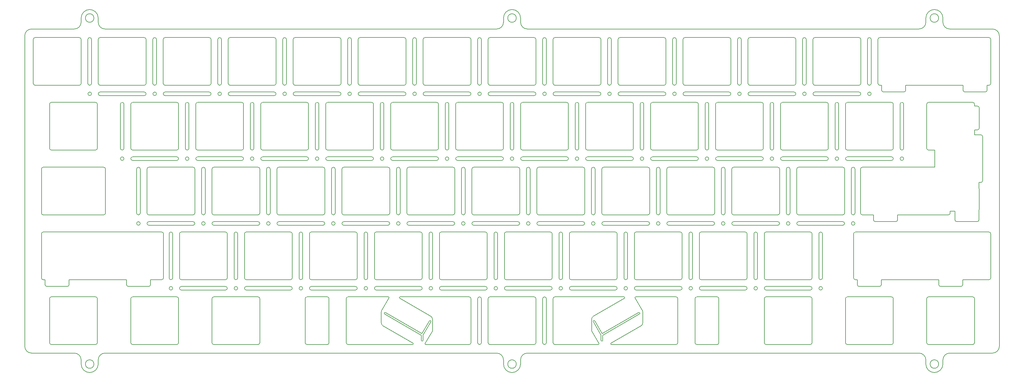
<source format=gbr>
%TF.GenerationSoftware,KiCad,Pcbnew,(6.0.11)*%
%TF.CreationDate,2023-02-10T12:31:59+01:00*%
%TF.ProjectId,plate,706c6174-652e-46b6-9963-61645f706362,rev?*%
%TF.SameCoordinates,Original*%
%TF.FileFunction,Profile,NP*%
%FSLAX46Y46*%
G04 Gerber Fmt 4.6, Leading zero omitted, Abs format (unit mm)*
G04 Created by KiCad (PCBNEW (6.0.11)) date 2023-02-10 12:31:59*
%MOMM*%
%LPD*%
G01*
G04 APERTURE LIST*
%TA.AperFunction,Profile*%
%ADD10C,0.200000*%
%TD*%
G04 APERTURE END LIST*
D10*
X23439372Y-33264400D02*
G75*
G03*
X23439372Y-33264400I-1250000J0D01*
G01*
X271097372Y-134964400D02*
G75*
G03*
X271097372Y-134964400I-1250000J0D01*
G01*
X147268372Y-33264400D02*
G75*
G03*
X147268372Y-33264400I-1250000J0D01*
G01*
X23439372Y-134964400D02*
G75*
G03*
X23439372Y-134964400I-1250000J0D01*
G01*
X147268372Y-134964400D02*
G75*
G03*
X147268372Y-134964400I-1250000J0D01*
G01*
X271097372Y-33264400D02*
G75*
G03*
X271097372Y-33264400I-1250000J0D01*
G01*
X32247200Y-74589400D02*
G75*
G03*
X32247200Y-74589400I-525000J0D01*
G01*
X260847200Y-74589400D02*
G75*
G03*
X260847200Y-74589400I-525000J0D01*
G01*
X237034700Y-112689400D02*
G75*
G03*
X237034700Y-112689400I-525000J0D01*
G01*
X37009700Y-93639400D02*
G75*
G03*
X37009700Y-93639400I-525000J0D01*
G01*
X22722200Y-55539400D02*
G75*
G03*
X22722200Y-55539400I-525000J0D01*
G01*
X46534700Y-112689400D02*
G75*
G03*
X46534700Y-112689400I-525000J0D01*
G01*
X246559700Y-93639400D02*
G75*
G03*
X246559700Y-93639400I-525000J0D01*
G01*
X251322200Y-55539400D02*
G75*
G03*
X251322200Y-55539400I-525000J0D01*
G01*
X179884700Y-112689400D02*
G75*
G03*
X179884700Y-112689400I-525000J0D01*
G01*
X103684700Y-112689400D02*
G75*
G03*
X103684700Y-112689400I-525000J0D01*
G01*
X113209700Y-93639400D02*
G75*
G03*
X113209700Y-93639400I-525000J0D01*
G01*
X189409700Y-93639400D02*
G75*
G03*
X189409700Y-93639400I-525000J0D01*
G01*
X222747200Y-74589400D02*
G75*
G03*
X222747200Y-74589400I-525000J0D01*
G01*
X146547200Y-74589400D02*
G75*
G03*
X146547200Y-74589400I-525000J0D01*
G01*
X70347200Y-74589400D02*
G75*
G03*
X70347200Y-74589400I-525000J0D01*
G01*
X41772200Y-55539400D02*
G75*
G03*
X41772200Y-55539400I-525000J0D01*
G01*
X117972200Y-55539400D02*
G75*
G03*
X117972200Y-55539400I-525000J0D01*
G01*
X194172200Y-55539400D02*
G75*
G03*
X194172200Y-55539400I-525000J0D01*
G01*
X213222200Y-55539400D02*
G75*
G03*
X213222200Y-55539400I-525000J0D01*
G01*
X137022200Y-55539400D02*
G75*
G03*
X137022200Y-55539400I-525000J0D01*
G01*
X60822200Y-55539400D02*
G75*
G03*
X60822200Y-55539400I-525000J0D01*
G01*
X127497200Y-74589400D02*
G75*
G03*
X127497200Y-74589400I-525000J0D01*
G01*
X203697200Y-74589400D02*
G75*
G03*
X203697200Y-74589400I-525000J0D01*
G01*
X208459700Y-93639400D02*
G75*
G03*
X208459700Y-93639400I-525000J0D01*
G01*
X132259700Y-93639400D02*
G75*
G03*
X132259700Y-93639400I-525000J0D01*
G01*
X56059700Y-93639400D02*
G75*
G03*
X56059700Y-93639400I-525000J0D01*
G01*
X84634700Y-112689400D02*
G75*
G03*
X84634700Y-112689400I-525000J0D01*
G01*
X160834700Y-112689400D02*
G75*
G03*
X160834700Y-112689400I-525000J0D01*
G01*
X198934700Y-112689400D02*
G75*
G03*
X198934700Y-112689400I-525000J0D01*
G01*
X122734700Y-112689400D02*
G75*
G03*
X122734700Y-112689400I-525000J0D01*
G01*
X65584700Y-112689400D02*
G75*
G03*
X65584700Y-112689400I-525000J0D01*
G01*
X94159700Y-93639400D02*
G75*
G03*
X94159700Y-93639400I-525000J0D01*
G01*
X170359700Y-93639400D02*
G75*
G03*
X170359700Y-93639400I-525000J0D01*
G01*
X241797200Y-74589400D02*
G75*
G03*
X241797200Y-74589400I-525000J0D01*
G01*
X165597200Y-74589400D02*
G75*
G03*
X165597200Y-74589400I-525000J0D01*
G01*
X89397200Y-74589400D02*
G75*
G03*
X89397200Y-74589400I-525000J0D01*
G01*
X98922200Y-55539400D02*
G75*
G03*
X98922200Y-55539400I-525000J0D01*
G01*
X175122200Y-55539400D02*
G75*
G03*
X175122200Y-55539400I-525000J0D01*
G01*
X232272200Y-55539400D02*
G75*
G03*
X232272200Y-55539400I-525000J0D01*
G01*
X156072200Y-55539400D02*
G75*
G03*
X156072200Y-55539400I-525000J0D01*
G01*
X79872200Y-55539400D02*
G75*
G03*
X79872200Y-55539400I-525000J0D01*
G01*
X51297200Y-74589400D02*
G75*
G03*
X51297200Y-74589400I-525000J0D01*
G01*
X108447200Y-74589400D02*
G75*
G03*
X108447200Y-74589400I-525000J0D01*
G01*
X184647200Y-74589400D02*
G75*
G03*
X184647200Y-74589400I-525000J0D01*
G01*
X227509700Y-93639400D02*
G75*
G03*
X227509700Y-93639400I-525000J0D01*
G01*
X151309700Y-93639400D02*
G75*
G03*
X151309700Y-93639400I-525000J0D01*
G01*
X75109700Y-93639400D02*
G75*
G03*
X75109700Y-93639400I-525000J0D01*
G01*
X141784700Y-112689400D02*
G75*
G03*
X141784700Y-112689400I-525000J0D01*
G01*
X217984700Y-112689400D02*
G75*
G03*
X217984700Y-112689400I-525000J0D01*
G01*
X92372200Y-115714400D02*
G75*
G03*
X91872200Y-115214400I-500001J-1D01*
G01*
X85872200Y-115214400D02*
X91872200Y-115214400D01*
X85872200Y-115214400D02*
G75*
G03*
X85372200Y-115714400I1J-500001D01*
G01*
X85372200Y-128714400D02*
X85372200Y-115714400D01*
X85372200Y-128714400D02*
G75*
G03*
X85872200Y-129214400I500001J1D01*
G01*
X91872200Y-129214400D02*
X85872200Y-129214400D01*
X91872200Y-129214400D02*
G75*
G03*
X92372200Y-128714400I-1J500001D01*
G01*
X92372200Y-115714400D02*
X92372200Y-128714400D01*
X199672200Y-128714400D02*
G75*
G03*
X200172200Y-129214400I500001J1D01*
G01*
X206172200Y-129214400D02*
X200172200Y-129214400D01*
X206172200Y-129214400D02*
G75*
G03*
X206672200Y-128714400I-1J500001D01*
G01*
X206672200Y-115714400D02*
X206672200Y-128714400D01*
X206672200Y-115714400D02*
G75*
G03*
X206172200Y-115214400I-500001J-1D01*
G01*
X200172200Y-115214400D02*
X206172200Y-115214400D01*
X200172200Y-115214400D02*
G75*
G03*
X199672200Y-115714400I1J-500001D01*
G01*
X199672200Y-128714400D02*
X199672200Y-115714400D01*
X150518330Y-131739400D02*
G75*
G03*
X148518330Y-133739359I0J-2000000D01*
G01*
X148518305Y-134982707D02*
X148518330Y-133739359D01*
X143518509Y-134938196D02*
G75*
G03*
X148518305Y-134982707I2499863J-26204D01*
G01*
X143518457Y-133739314D02*
X143518509Y-134938196D01*
X143518457Y-133739314D02*
G75*
G03*
X141518457Y-131739400I-1999999J-85D01*
G01*
X26689330Y-131739400D02*
X141518457Y-131739400D01*
X26689330Y-131739400D02*
G75*
G03*
X24689330Y-133739359I0J-2000000D01*
G01*
X24689305Y-134982707D02*
X24689330Y-133739359D01*
X19689509Y-134938196D02*
G75*
G03*
X24689305Y-134982707I2499863J-26204D01*
G01*
X19689457Y-133739314D02*
X19689509Y-134938196D01*
X19689457Y-133739314D02*
G75*
G03*
X17689457Y-131739400I-1999999J-85D01*
G01*
X5147200Y-131739400D02*
X17689457Y-131739400D01*
X3147200Y-129739400D02*
G75*
G03*
X5147200Y-131739400I1999999J-1D01*
G01*
X3147200Y-38489400D02*
X3147200Y-129739400D01*
X5147200Y-36489400D02*
G75*
G03*
X3147200Y-38489400I-1J-1999999D01*
G01*
X17689457Y-36489400D02*
X5147200Y-36489400D01*
X17689457Y-36489400D02*
G75*
G03*
X19689457Y-34489486I1J1999999D01*
G01*
X19689509Y-33290604D02*
X19689457Y-34489486D01*
X24689305Y-33246093D02*
G75*
G03*
X19689509Y-33290604I-2499933J-18307D01*
G01*
X24689330Y-34489441D02*
X24689305Y-33246093D01*
X24689330Y-34489441D02*
G75*
G03*
X26689330Y-36489400I2000000J41D01*
G01*
X141518457Y-36489400D02*
X26689330Y-36489400D01*
X141518457Y-36489400D02*
G75*
G03*
X143518457Y-34489486I1J1999999D01*
G01*
X143518509Y-33290604D02*
X143518457Y-34489486D01*
X148518305Y-33246093D02*
G75*
G03*
X143518509Y-33290604I-2499933J-18307D01*
G01*
X148518330Y-34489441D02*
X148518305Y-33246093D01*
X148518330Y-34489441D02*
G75*
G03*
X150518330Y-36489400I2000000J41D01*
G01*
X265347457Y-36489400D02*
X150518330Y-36489400D01*
X265347457Y-36489400D02*
G75*
G03*
X267347457Y-34489486I1J1999999D01*
G01*
X267347509Y-33290604D02*
X267347457Y-34489486D01*
X272347305Y-33246093D02*
G75*
G03*
X267347509Y-33290604I-2499933J-18307D01*
G01*
X272347330Y-34489441D02*
X272347305Y-33246093D01*
X272347330Y-34489441D02*
G75*
G03*
X274347330Y-36489400I2000000J41D01*
G01*
X286897200Y-36489400D02*
X274347330Y-36489400D01*
X288897200Y-38489400D02*
G75*
G03*
X286897200Y-36489400I-1999999J1D01*
G01*
X288897200Y-129739400D02*
X288897200Y-38489400D01*
X286897200Y-131739400D02*
G75*
G03*
X288897200Y-129739400I1J1999999D01*
G01*
X274347330Y-131739400D02*
X286897200Y-131739400D01*
X274347330Y-131739400D02*
G75*
G03*
X272347330Y-133739359I0J-2000000D01*
G01*
X272347305Y-134982707D02*
X272347330Y-133739359D01*
X267347509Y-134938196D02*
G75*
G03*
X272347305Y-134982707I2499863J-26204D01*
G01*
X267347457Y-133739314D02*
X267347509Y-134938196D01*
X267347457Y-133739314D02*
G75*
G03*
X265347457Y-131739400I-1999999J-85D01*
G01*
X150518330Y-131739400D02*
X265347457Y-131739400D01*
X21672200Y-39514400D02*
X21672200Y-52514400D01*
X22172200Y-39014400D02*
G75*
G03*
X21672200Y-39514400I1J-500001D01*
G01*
X22222200Y-39014400D02*
X22172200Y-39014400D01*
X22722200Y-39514400D02*
G75*
G03*
X22222200Y-39014400I-500001J-1D01*
G01*
X22722200Y-52514400D02*
X22722200Y-39514400D01*
X22222200Y-53014400D02*
G75*
G03*
X22722200Y-52514400I-1J500001D01*
G01*
X22172200Y-53014400D02*
X22222200Y-53014400D01*
X21672200Y-52514400D02*
G75*
G03*
X22172200Y-53014400I500001J1D01*
G01*
X37009700Y-77614400D02*
G75*
G03*
X36509700Y-77114400I-500001J-1D01*
G01*
X36459700Y-77114400D02*
X36509700Y-77114400D01*
X36459700Y-77114400D02*
G75*
G03*
X35959700Y-77614400I1J-500001D01*
G01*
X35959700Y-90614400D02*
X35959700Y-77614400D01*
X35959700Y-90614400D02*
G75*
G03*
X36459700Y-91114400I500001J1D01*
G01*
X36509700Y-91114400D02*
X36459700Y-91114400D01*
X36509700Y-91114400D02*
G75*
G03*
X37009700Y-90614400I-1J500001D01*
G01*
X37009700Y-77614400D02*
X37009700Y-90614400D01*
X236484700Y-110164400D02*
X236534700Y-110164400D01*
X235984700Y-109664400D02*
G75*
G03*
X236484700Y-110164400I500001J1D01*
G01*
X235984700Y-96664400D02*
X235984700Y-109664400D01*
X236484700Y-96164400D02*
G75*
G03*
X235984700Y-96664400I1J-500001D01*
G01*
X236534700Y-96164400D02*
X236484700Y-96164400D01*
X237034700Y-96664400D02*
G75*
G03*
X236534700Y-96164400I-500001J-1D01*
G01*
X237034700Y-109664400D02*
X237034700Y-96664400D01*
X236534700Y-110164400D02*
G75*
G03*
X237034700Y-109664400I-1J500001D01*
G01*
X260297200Y-72064400D02*
X260347200Y-72064400D01*
X259797200Y-71564400D02*
G75*
G03*
X260297200Y-72064400I500001J1D01*
G01*
X259797200Y-58564400D02*
X259797200Y-71564400D01*
X260297200Y-58064400D02*
G75*
G03*
X259797200Y-58564400I1J-500001D01*
G01*
X260347200Y-58064400D02*
X260297200Y-58064400D01*
X260847200Y-58564400D02*
G75*
G03*
X260347200Y-58064400I-500001J-1D01*
G01*
X260847200Y-71564400D02*
X260847200Y-58564400D01*
X260347200Y-72064400D02*
G75*
G03*
X260847200Y-71564400I-1J500001D01*
G01*
X251322200Y-52514400D02*
X251322200Y-39514400D01*
X250822200Y-53014400D02*
G75*
G03*
X251322200Y-52514400I-1J500001D01*
G01*
X250772200Y-53014400D02*
X250822200Y-53014400D01*
X250272200Y-52514400D02*
G75*
G03*
X250772200Y-53014400I500001J1D01*
G01*
X250272200Y-39514400D02*
X250272200Y-52514400D01*
X250772200Y-39014400D02*
G75*
G03*
X250272200Y-39514400I1J-500001D01*
G01*
X250822200Y-39014400D02*
X250772200Y-39014400D01*
X251322200Y-39514400D02*
G75*
G03*
X250822200Y-39014400I-500001J-1D01*
G01*
X246559700Y-77614400D02*
G75*
G03*
X246059700Y-77114400I-500001J-1D01*
G01*
X246009700Y-77114400D02*
X246059700Y-77114400D01*
X246009700Y-77114400D02*
G75*
G03*
X245509700Y-77614400I1J-500001D01*
G01*
X245509700Y-90614400D02*
X245509700Y-77614400D01*
X245509700Y-90614400D02*
G75*
G03*
X246009700Y-91114400I500001J1D01*
G01*
X246059700Y-91114400D02*
X246009700Y-91114400D01*
X246059700Y-91114400D02*
G75*
G03*
X246559700Y-90614400I-1J500001D01*
G01*
X246559700Y-77614400D02*
X246559700Y-90614400D01*
X46534700Y-109664400D02*
X46534700Y-96664400D01*
X46034700Y-110164400D02*
G75*
G03*
X46534700Y-109664400I-1J500001D01*
G01*
X45984700Y-110164400D02*
X46034700Y-110164400D01*
X45484700Y-109664400D02*
G75*
G03*
X45984700Y-110164400I500001J1D01*
G01*
X45484700Y-96664400D02*
X45484700Y-109664400D01*
X45984700Y-96164400D02*
G75*
G03*
X45484700Y-96664400I1J-500001D01*
G01*
X46034700Y-96164400D02*
X45984700Y-96164400D01*
X46534700Y-96664400D02*
G75*
G03*
X46034700Y-96164400I-500001J-1D01*
G01*
X31697200Y-72064400D02*
X31747200Y-72064400D01*
X31197200Y-71564400D02*
G75*
G03*
X31697200Y-72064400I500001J1D01*
G01*
X31197200Y-58564400D02*
X31197200Y-71564400D01*
X31697200Y-58064400D02*
G75*
G03*
X31197200Y-58564400I1J-500001D01*
G01*
X31747200Y-58064400D02*
X31697200Y-58064400D01*
X32247200Y-58564400D02*
G75*
G03*
X31747200Y-58064400I-500001J-1D01*
G01*
X32247200Y-71564400D02*
X32247200Y-58564400D01*
X31747200Y-72064400D02*
G75*
G03*
X32247200Y-71564400I-1J500001D01*
G01*
X74609700Y-91114400D02*
G75*
G03*
X75109700Y-90614400I-1J500001D01*
G01*
X75109700Y-77614400D02*
X75109700Y-90614400D01*
X75109700Y-77614400D02*
G75*
G03*
X74609700Y-77114400I-500001J-1D01*
G01*
X74559700Y-77114400D02*
X74609700Y-77114400D01*
X74559700Y-77114400D02*
G75*
G03*
X74059700Y-77614400I1J-500001D01*
G01*
X74059700Y-90614400D02*
X74059700Y-77614400D01*
X74059700Y-90614400D02*
G75*
G03*
X74559700Y-91114400I500001J1D01*
G01*
X74609700Y-91114400D02*
X74559700Y-91114400D01*
X71559700Y-94164400D02*
G75*
G03*
X72059700Y-93664400I-1J500001D01*
G01*
X72059700Y-93614400D02*
X72059700Y-93664400D01*
X72059700Y-93614400D02*
G75*
G03*
X71559700Y-93114400I-500001J-1D01*
G01*
X58559700Y-93114400D02*
X71559700Y-93114400D01*
X58559700Y-93114400D02*
G75*
G03*
X58059700Y-93614400I1J-500001D01*
G01*
X58059700Y-93664400D02*
X58059700Y-93614400D01*
X58059700Y-93664400D02*
G75*
G03*
X58559700Y-94164400I500001J1D01*
G01*
X71559700Y-94164400D02*
X58559700Y-94164400D01*
X47747200Y-74064400D02*
X34747200Y-74064400D01*
X48247200Y-74564400D02*
G75*
G03*
X47747200Y-74064400I-500001J-1D01*
G01*
X48247200Y-74614400D02*
X48247200Y-74564400D01*
X47747200Y-75114400D02*
G75*
G03*
X48247200Y-74614400I-1J500001D01*
G01*
X34747200Y-75114400D02*
X47747200Y-75114400D01*
X34247200Y-74614400D02*
G75*
G03*
X34747200Y-75114400I500001J1D01*
G01*
X34247200Y-74564400D02*
X34247200Y-74614400D01*
X34747200Y-74064400D02*
G75*
G03*
X34247200Y-74564400I1J-500001D01*
G01*
X85847200Y-75114400D02*
G75*
G03*
X86347200Y-74614400I-1J500001D01*
G01*
X86347200Y-74564400D02*
X86347200Y-74614400D01*
X86347200Y-74564400D02*
G75*
G03*
X85847200Y-74064400I-500001J-1D01*
G01*
X72847200Y-74064400D02*
X85847200Y-74064400D01*
X72847200Y-74064400D02*
G75*
G03*
X72347200Y-74564400I1J-500001D01*
G01*
X72347200Y-74614400D02*
X72347200Y-74564400D01*
X72347200Y-74614400D02*
G75*
G03*
X72847200Y-75114400I500001J1D01*
G01*
X85847200Y-75114400D02*
X72847200Y-75114400D01*
X90609700Y-94164400D02*
G75*
G03*
X91109700Y-93664400I-1J500001D01*
G01*
X91109700Y-93614400D02*
X91109700Y-93664400D01*
X91109700Y-93614400D02*
G75*
G03*
X90609700Y-93114400I-500001J-1D01*
G01*
X77609700Y-93114400D02*
X90609700Y-93114400D01*
X77609700Y-93114400D02*
G75*
G03*
X77109700Y-93614400I1J-500001D01*
G01*
X77109700Y-93664400D02*
X77109700Y-93614400D01*
X77109700Y-93664400D02*
G75*
G03*
X77609700Y-94164400I500001J1D01*
G01*
X90609700Y-94164400D02*
X77609700Y-94164400D01*
X83584700Y-96664400D02*
X83584700Y-109664400D01*
X84084700Y-96164400D02*
G75*
G03*
X83584700Y-96664400I1J-500001D01*
G01*
X84134700Y-96164400D02*
X84084700Y-96164400D01*
X84634700Y-96664400D02*
G75*
G03*
X84134700Y-96164400I-500001J-1D01*
G01*
X84634700Y-109664400D02*
X84634700Y-96664400D01*
X84134700Y-110164400D02*
G75*
G03*
X84634700Y-109664400I-1J500001D01*
G01*
X84084700Y-110164400D02*
X84134700Y-110164400D01*
X83584700Y-109664400D02*
G75*
G03*
X84084700Y-110164400I500001J1D01*
G01*
X100634700Y-112664400D02*
G75*
G03*
X100134700Y-112164400I-500001J-1D01*
G01*
X87134700Y-112164400D02*
X100134700Y-112164400D01*
X87134700Y-112164400D02*
G75*
G03*
X86634700Y-112664400I1J-500001D01*
G01*
X86634700Y-112714400D02*
X86634700Y-112664400D01*
X86634700Y-112714400D02*
G75*
G03*
X87134700Y-113214400I500001J1D01*
G01*
X100134700Y-113214400D02*
X87134700Y-113214400D01*
X100134700Y-113214400D02*
G75*
G03*
X100634700Y-112714400I-1J500001D01*
G01*
X100634700Y-112664400D02*
X100634700Y-112714400D01*
X150809700Y-91114400D02*
G75*
G03*
X151309700Y-90614400I-1J500001D01*
G01*
X151309700Y-77614400D02*
X151309700Y-90614400D01*
X151309700Y-77614400D02*
G75*
G03*
X150809700Y-77114400I-500001J-1D01*
G01*
X150759700Y-77114400D02*
X150809700Y-77114400D01*
X150759700Y-77114400D02*
G75*
G03*
X150259700Y-77614400I1J-500001D01*
G01*
X150259700Y-90614400D02*
X150259700Y-77614400D01*
X150259700Y-90614400D02*
G75*
G03*
X150759700Y-91114400I500001J1D01*
G01*
X150809700Y-91114400D02*
X150759700Y-91114400D01*
X185859700Y-94164400D02*
G75*
G03*
X186359700Y-93664400I-1J500001D01*
G01*
X186359700Y-93614400D02*
X186359700Y-93664400D01*
X186359700Y-93614400D02*
G75*
G03*
X185859700Y-93114400I-500001J-1D01*
G01*
X172859700Y-93114400D02*
X185859700Y-93114400D01*
X172859700Y-93114400D02*
G75*
G03*
X172359700Y-93614400I1J-500001D01*
G01*
X172359700Y-93664400D02*
X172359700Y-93614400D01*
X172359700Y-93664400D02*
G75*
G03*
X172859700Y-94164400I500001J1D01*
G01*
X185859700Y-94164400D02*
X172859700Y-94164400D01*
X197884700Y-96664400D02*
X197884700Y-109664400D01*
X198384700Y-96164400D02*
G75*
G03*
X197884700Y-96664400I1J-500001D01*
G01*
X198434700Y-96164400D02*
X198384700Y-96164400D01*
X198934700Y-96664400D02*
G75*
G03*
X198434700Y-96164400I-500001J-1D01*
G01*
X198934700Y-109664400D02*
X198934700Y-96664400D01*
X198434700Y-110164400D02*
G75*
G03*
X198934700Y-109664400I-1J500001D01*
G01*
X198384700Y-110164400D02*
X198434700Y-110164400D01*
X197884700Y-109664400D02*
G75*
G03*
X198384700Y-110164400I500001J1D01*
G01*
X183597200Y-58564400D02*
X183597200Y-71564400D01*
X184097200Y-58064400D02*
G75*
G03*
X183597200Y-58564400I1J-500001D01*
G01*
X184147200Y-58064400D02*
X184097200Y-58064400D01*
X184647200Y-58564400D02*
G75*
G03*
X184147200Y-58064400I-500001J-1D01*
G01*
X184647200Y-71564400D02*
X184647200Y-58564400D01*
X184147200Y-72064400D02*
G75*
G03*
X184647200Y-71564400I-1J500001D01*
G01*
X184097200Y-72064400D02*
X184147200Y-72064400D01*
X183597200Y-71564400D02*
G75*
G03*
X184097200Y-72064400I500001J1D01*
G01*
X200147200Y-75114400D02*
G75*
G03*
X200647200Y-74614400I-1J500001D01*
G01*
X200647200Y-74564400D02*
X200647200Y-74614400D01*
X200647200Y-74564400D02*
G75*
G03*
X200147200Y-74064400I-500001J-1D01*
G01*
X187147200Y-74064400D02*
X200147200Y-74064400D01*
X187147200Y-74064400D02*
G75*
G03*
X186647200Y-74564400I1J-500001D01*
G01*
X186647200Y-74614400D02*
X186647200Y-74564400D01*
X186647200Y-74614400D02*
G75*
G03*
X187147200Y-75114400I500001J1D01*
G01*
X200147200Y-75114400D02*
X187147200Y-75114400D01*
X216934700Y-96664400D02*
X216934700Y-109664400D01*
X217434700Y-96164400D02*
G75*
G03*
X216934700Y-96664400I1J-500001D01*
G01*
X217484700Y-96164400D02*
X217434700Y-96164400D01*
X217984700Y-96664400D02*
G75*
G03*
X217484700Y-96164400I-500001J-1D01*
G01*
X217984700Y-109664400D02*
X217984700Y-96664400D01*
X217484700Y-110164400D02*
G75*
G03*
X217984700Y-109664400I-1J500001D01*
G01*
X217434700Y-110164400D02*
X217484700Y-110164400D01*
X216934700Y-109664400D02*
G75*
G03*
X217434700Y-110164400I500001J1D01*
G01*
X238247200Y-75114400D02*
G75*
G03*
X238747200Y-74614400I-1J500001D01*
G01*
X238747200Y-74564400D02*
X238747200Y-74614400D01*
X238747200Y-74564400D02*
G75*
G03*
X238247200Y-74064400I-500001J-1D01*
G01*
X225247200Y-74064400D02*
X238247200Y-74064400D01*
X225247200Y-74064400D02*
G75*
G03*
X224747200Y-74564400I1J-500001D01*
G01*
X224747200Y-74614400D02*
X224747200Y-74564400D01*
X224747200Y-74614400D02*
G75*
G03*
X225247200Y-75114400I500001J1D01*
G01*
X238247200Y-75114400D02*
X225247200Y-75114400D01*
X207959700Y-91114400D02*
G75*
G03*
X208459700Y-90614400I-1J500001D01*
G01*
X208459700Y-77614400D02*
X208459700Y-90614400D01*
X208459700Y-77614400D02*
G75*
G03*
X207959700Y-77114400I-500001J-1D01*
G01*
X207909700Y-77114400D02*
X207959700Y-77114400D01*
X207909700Y-77114400D02*
G75*
G03*
X207409700Y-77614400I1J-500001D01*
G01*
X207409700Y-90614400D02*
X207409700Y-77614400D01*
X207409700Y-90614400D02*
G75*
G03*
X207909700Y-91114400I500001J1D01*
G01*
X207959700Y-91114400D02*
X207909700Y-91114400D01*
X93659700Y-91114400D02*
G75*
G03*
X94159700Y-90614400I-1J500001D01*
G01*
X94159700Y-77614400D02*
X94159700Y-90614400D01*
X94159700Y-77614400D02*
G75*
G03*
X93659700Y-77114400I-500001J-1D01*
G01*
X93609700Y-77114400D02*
X93659700Y-77114400D01*
X93609700Y-77114400D02*
G75*
G03*
X93109700Y-77614400I1J-500001D01*
G01*
X93109700Y-90614400D02*
X93109700Y-77614400D01*
X93109700Y-90614400D02*
G75*
G03*
X93609700Y-91114400I500001J1D01*
G01*
X93659700Y-91114400D02*
X93609700Y-91114400D01*
X123947200Y-75114400D02*
G75*
G03*
X124447200Y-74614400I-1J500001D01*
G01*
X124447200Y-74564400D02*
X124447200Y-74614400D01*
X124447200Y-74564400D02*
G75*
G03*
X123947200Y-74064400I-500001J-1D01*
G01*
X110947200Y-74064400D02*
X123947200Y-74064400D01*
X110947200Y-74064400D02*
G75*
G03*
X110447200Y-74564400I1J-500001D01*
G01*
X110447200Y-74614400D02*
X110447200Y-74564400D01*
X110447200Y-74614400D02*
G75*
G03*
X110947200Y-75114400I500001J1D01*
G01*
X123947200Y-75114400D02*
X110947200Y-75114400D01*
X142997200Y-75114400D02*
G75*
G03*
X143497200Y-74614400I-1J500001D01*
G01*
X143497200Y-74564400D02*
X143497200Y-74614400D01*
X143497200Y-74564400D02*
G75*
G03*
X142997200Y-74064400I-500001J-1D01*
G01*
X129997200Y-74064400D02*
X142997200Y-74064400D01*
X129997200Y-74064400D02*
G75*
G03*
X129497200Y-74564400I1J-500001D01*
G01*
X129497200Y-74614400D02*
X129497200Y-74564400D01*
X129497200Y-74614400D02*
G75*
G03*
X129997200Y-75114400I500001J1D01*
G01*
X142997200Y-75114400D02*
X129997200Y-75114400D01*
X112709700Y-91114400D02*
G75*
G03*
X113209700Y-90614400I-1J500001D01*
G01*
X113209700Y-77614400D02*
X113209700Y-90614400D01*
X113209700Y-77614400D02*
G75*
G03*
X112709700Y-77114400I-500001J-1D01*
G01*
X112659700Y-77114400D02*
X112709700Y-77114400D01*
X112659700Y-77114400D02*
G75*
G03*
X112159700Y-77614400I1J-500001D01*
G01*
X112159700Y-90614400D02*
X112159700Y-77614400D01*
X112159700Y-90614400D02*
G75*
G03*
X112659700Y-91114400I500001J1D01*
G01*
X112709700Y-91114400D02*
X112659700Y-91114400D01*
X88347200Y-58564400D02*
X88347200Y-71564400D01*
X88847200Y-58064400D02*
G75*
G03*
X88347200Y-58564400I1J-500001D01*
G01*
X88897200Y-58064400D02*
X88847200Y-58064400D01*
X89397200Y-58564400D02*
G75*
G03*
X88897200Y-58064400I-500001J-1D01*
G01*
X89397200Y-71564400D02*
X89397200Y-58564400D01*
X88897200Y-72064400D02*
G75*
G03*
X89397200Y-71564400I-1J500001D01*
G01*
X88847200Y-72064400D02*
X88897200Y-72064400D01*
X88347200Y-71564400D02*
G75*
G03*
X88847200Y-72064400I500001J1D01*
G01*
X240747200Y-58564400D02*
X240747200Y-71564400D01*
X241247200Y-58064400D02*
G75*
G03*
X240747200Y-58564400I1J-500001D01*
G01*
X241297200Y-58064400D02*
X241247200Y-58064400D01*
X241797200Y-58564400D02*
G75*
G03*
X241297200Y-58064400I-500001J-1D01*
G01*
X241797200Y-71564400D02*
X241797200Y-58564400D01*
X241297200Y-72064400D02*
G75*
G03*
X241797200Y-71564400I-1J500001D01*
G01*
X241247200Y-72064400D02*
X241297200Y-72064400D01*
X240747200Y-71564400D02*
G75*
G03*
X241247200Y-72064400I500001J1D01*
G01*
X219197200Y-75114400D02*
G75*
G03*
X219697200Y-74614400I-1J500001D01*
G01*
X219697200Y-74564400D02*
X219697200Y-74614400D01*
X219697200Y-74564400D02*
G75*
G03*
X219197200Y-74064400I-500001J-1D01*
G01*
X206197200Y-74064400D02*
X219197200Y-74064400D01*
X206197200Y-74064400D02*
G75*
G03*
X205697200Y-74564400I1J-500001D01*
G01*
X205697200Y-74614400D02*
X205697200Y-74564400D01*
X205697200Y-74614400D02*
G75*
G03*
X206197200Y-75114400I500001J1D01*
G01*
X219197200Y-75114400D02*
X206197200Y-75114400D01*
X243009700Y-94164400D02*
G75*
G03*
X243509700Y-93664400I-1J500001D01*
G01*
X243509700Y-93614400D02*
X243509700Y-93664400D01*
X243509700Y-93614400D02*
G75*
G03*
X243009700Y-93114400I-500001J-1D01*
G01*
X230009700Y-93114400D02*
X243009700Y-93114400D01*
X230009700Y-93114400D02*
G75*
G03*
X229509700Y-93614400I1J-500001D01*
G01*
X229509700Y-93664400D02*
X229509700Y-93614400D01*
X229509700Y-93664400D02*
G75*
G03*
X230009700Y-94164400I500001J1D01*
G01*
X243009700Y-94164400D02*
X230009700Y-94164400D01*
X233984700Y-112664400D02*
G75*
G03*
X233484700Y-112164400I-500001J-1D01*
G01*
X220484700Y-112164400D02*
X233484700Y-112164400D01*
X220484700Y-112164400D02*
G75*
G03*
X219984700Y-112664400I1J-500001D01*
G01*
X219984700Y-112714400D02*
X219984700Y-112664400D01*
X219984700Y-112714400D02*
G75*
G03*
X220484700Y-113214400I500001J1D01*
G01*
X233484700Y-113214400D02*
X220484700Y-113214400D01*
X233484700Y-113214400D02*
G75*
G03*
X233984700Y-112714400I-1J500001D01*
G01*
X233984700Y-112664400D02*
X233984700Y-112714400D01*
X202647200Y-58564400D02*
X202647200Y-71564400D01*
X203147200Y-58064400D02*
G75*
G03*
X202647200Y-58564400I1J-500001D01*
G01*
X203197200Y-58064400D02*
X203147200Y-58064400D01*
X203697200Y-58564400D02*
G75*
G03*
X203197200Y-58064400I-500001J-1D01*
G01*
X203697200Y-71564400D02*
X203697200Y-58564400D01*
X203197200Y-72064400D02*
G75*
G03*
X203697200Y-71564400I-1J500001D01*
G01*
X203147200Y-72064400D02*
X203197200Y-72064400D01*
X202647200Y-71564400D02*
G75*
G03*
X203147200Y-72064400I500001J1D01*
G01*
X156072200Y-128714400D02*
X156072200Y-115714400D01*
X155572200Y-129214400D02*
G75*
G03*
X156072200Y-128714400I-1J500001D01*
G01*
X155522200Y-129214400D02*
X155572200Y-129214400D01*
X155022200Y-128714400D02*
G75*
G03*
X155522200Y-129214400I500001J1D01*
G01*
X155022200Y-115714400D02*
X155022200Y-128714400D01*
X155522200Y-115214400D02*
G75*
G03*
X155022200Y-115714400I1J-500001D01*
G01*
X155572200Y-115214400D02*
X155522200Y-115214400D01*
X156072200Y-115714400D02*
G75*
G03*
X155572200Y-115214400I-500001J-1D01*
G01*
X157784700Y-112664400D02*
G75*
G03*
X157284700Y-112164400I-500001J-1D01*
G01*
X144284700Y-112164400D02*
X157284700Y-112164400D01*
X144284700Y-112164400D02*
G75*
G03*
X143784700Y-112664400I1J-500001D01*
G01*
X143784700Y-112714400D02*
X143784700Y-112664400D01*
X143784700Y-112714400D02*
G75*
G03*
X144284700Y-113214400I500001J1D01*
G01*
X157284700Y-113214400D02*
X144284700Y-113214400D01*
X157284700Y-113214400D02*
G75*
G03*
X157784700Y-112714400I-1J500001D01*
G01*
X157784700Y-112664400D02*
X157784700Y-112714400D01*
X204909700Y-94164400D02*
G75*
G03*
X205409700Y-93664400I-1J500001D01*
G01*
X205409700Y-93614400D02*
X205409700Y-93664400D01*
X205409700Y-93614400D02*
G75*
G03*
X204909700Y-93114400I-500001J-1D01*
G01*
X191909700Y-93114400D02*
X204909700Y-93114400D01*
X191909700Y-93114400D02*
G75*
G03*
X191409700Y-93614400I1J-500001D01*
G01*
X191409700Y-93664400D02*
X191409700Y-93614400D01*
X191409700Y-93664400D02*
G75*
G03*
X191909700Y-94164400I500001J1D01*
G01*
X204909700Y-94164400D02*
X191909700Y-94164400D01*
X169859700Y-91114400D02*
G75*
G03*
X170359700Y-90614400I-1J500001D01*
G01*
X170359700Y-77614400D02*
X170359700Y-90614400D01*
X170359700Y-77614400D02*
G75*
G03*
X169859700Y-77114400I-500001J-1D01*
G01*
X169809700Y-77114400D02*
X169859700Y-77114400D01*
X169809700Y-77114400D02*
G75*
G03*
X169309700Y-77614400I1J-500001D01*
G01*
X169309700Y-90614400D02*
X169309700Y-77614400D01*
X169309700Y-90614400D02*
G75*
G03*
X169809700Y-91114400I500001J1D01*
G01*
X169859700Y-91114400D02*
X169809700Y-91114400D01*
X119684700Y-112664400D02*
G75*
G03*
X119184700Y-112164400I-500001J-1D01*
G01*
X106184700Y-112164400D02*
X119184700Y-112164400D01*
X106184700Y-112164400D02*
G75*
G03*
X105684700Y-112664400I1J-500001D01*
G01*
X105684700Y-112714400D02*
X105684700Y-112664400D01*
X105684700Y-112714400D02*
G75*
G03*
X106184700Y-113214400I500001J1D01*
G01*
X119184700Y-113214400D02*
X106184700Y-113214400D01*
X119184700Y-113214400D02*
G75*
G03*
X119684700Y-112714400I-1J500001D01*
G01*
X119684700Y-112664400D02*
X119684700Y-112714400D01*
X102634700Y-96664400D02*
X102634700Y-109664400D01*
X103134700Y-96164400D02*
G75*
G03*
X102634700Y-96664400I1J-500001D01*
G01*
X103184700Y-96164400D02*
X103134700Y-96164400D01*
X103684700Y-96664400D02*
G75*
G03*
X103184700Y-96164400I-500001J-1D01*
G01*
X103684700Y-109664400D02*
X103684700Y-96664400D01*
X103184700Y-110164400D02*
G75*
G03*
X103684700Y-109664400I-1J500001D01*
G01*
X103134700Y-110164400D02*
X103184700Y-110164400D01*
X102634700Y-109664400D02*
G75*
G03*
X103134700Y-110164400I500001J1D01*
G01*
X109659700Y-94164400D02*
G75*
G03*
X110159700Y-93664400I-1J500001D01*
G01*
X110159700Y-93614400D02*
X110159700Y-93664400D01*
X110159700Y-93614400D02*
G75*
G03*
X109659700Y-93114400I-500001J-1D01*
G01*
X96659700Y-93114400D02*
X109659700Y-93114400D01*
X96659700Y-93114400D02*
G75*
G03*
X96159700Y-93614400I1J-500001D01*
G01*
X96159700Y-93664400D02*
X96159700Y-93614400D01*
X96159700Y-93664400D02*
G75*
G03*
X96659700Y-94164400I500001J1D01*
G01*
X109659700Y-94164400D02*
X96659700Y-94164400D01*
X50247200Y-58564400D02*
X50247200Y-71564400D01*
X50747200Y-58064400D02*
G75*
G03*
X50247200Y-58564400I1J-500001D01*
G01*
X50797200Y-58064400D02*
X50747200Y-58064400D01*
X51297200Y-58564400D02*
G75*
G03*
X50797200Y-58064400I-500001J-1D01*
G01*
X51297200Y-71564400D02*
X51297200Y-58564400D01*
X50797200Y-72064400D02*
G75*
G03*
X51297200Y-71564400I-1J500001D01*
G01*
X50747200Y-72064400D02*
X50797200Y-72064400D01*
X50247200Y-71564400D02*
G75*
G03*
X50747200Y-72064400I500001J1D01*
G01*
X81584700Y-112664400D02*
G75*
G03*
X81084700Y-112164400I-500001J-1D01*
G01*
X68084700Y-112164400D02*
X81084700Y-112164400D01*
X68084700Y-112164400D02*
G75*
G03*
X67584700Y-112664400I1J-500001D01*
G01*
X67584700Y-112714400D02*
X67584700Y-112664400D01*
X67584700Y-112714400D02*
G75*
G03*
X68084700Y-113214400I500001J1D01*
G01*
X81084700Y-113214400D02*
X68084700Y-113214400D01*
X81084700Y-113214400D02*
G75*
G03*
X81584700Y-112714400I-1J500001D01*
G01*
X81584700Y-112664400D02*
X81584700Y-112714400D01*
X64534700Y-96664400D02*
X64534700Y-109664400D01*
X65034700Y-96164400D02*
G75*
G03*
X64534700Y-96664400I1J-500001D01*
G01*
X65084700Y-96164400D02*
X65034700Y-96164400D01*
X65584700Y-96664400D02*
G75*
G03*
X65084700Y-96164400I-500001J-1D01*
G01*
X65584700Y-109664400D02*
X65584700Y-96664400D01*
X65084700Y-110164400D02*
G75*
G03*
X65584700Y-109664400I-1J500001D01*
G01*
X65034700Y-110164400D02*
X65084700Y-110164400D01*
X64534700Y-109664400D02*
G75*
G03*
X65034700Y-110164400I500001J1D01*
G01*
X55009700Y-90614400D02*
G75*
G03*
X55509700Y-91114400I500001J1D01*
G01*
X55559700Y-91114400D02*
X55509700Y-91114400D01*
X55559700Y-91114400D02*
G75*
G03*
X56059700Y-90614400I-1J500001D01*
G01*
X56059700Y-77614400D02*
X56059700Y-90614400D01*
X56059700Y-77614400D02*
G75*
G03*
X55559700Y-77114400I-500001J-1D01*
G01*
X55509700Y-77114400D02*
X55559700Y-77114400D01*
X55509700Y-77114400D02*
G75*
G03*
X55009700Y-77614400I1J-500001D01*
G01*
X55009700Y-90614400D02*
X55009700Y-77614400D01*
X69297200Y-58564400D02*
X69297200Y-71564400D01*
X69797200Y-58064400D02*
G75*
G03*
X69297200Y-58564400I1J-500001D01*
G01*
X69847200Y-58064400D02*
X69797200Y-58064400D01*
X70347200Y-58564400D02*
G75*
G03*
X69847200Y-58064400I-500001J-1D01*
G01*
X70347200Y-71564400D02*
X70347200Y-58564400D01*
X69847200Y-72064400D02*
G75*
G03*
X70347200Y-71564400I-1J500001D01*
G01*
X69797200Y-72064400D02*
X69847200Y-72064400D01*
X69297200Y-71564400D02*
G75*
G03*
X69797200Y-72064400I500001J1D01*
G01*
X66797200Y-75114400D02*
G75*
G03*
X67297200Y-74614400I-1J500001D01*
G01*
X67297200Y-74564400D02*
X67297200Y-74614400D01*
X67297200Y-74564400D02*
G75*
G03*
X66797200Y-74064400I-500001J-1D01*
G01*
X53797200Y-74064400D02*
X66797200Y-74064400D01*
X53797200Y-74064400D02*
G75*
G03*
X53297200Y-74564400I1J-500001D01*
G01*
X53297200Y-74614400D02*
X53297200Y-74564400D01*
X53297200Y-74614400D02*
G75*
G03*
X53797200Y-75114400I500001J1D01*
G01*
X66797200Y-75114400D02*
X53797200Y-75114400D01*
X147759700Y-94164400D02*
G75*
G03*
X148259700Y-93664400I-1J500001D01*
G01*
X148259700Y-93614400D02*
X148259700Y-93664400D01*
X148259700Y-93614400D02*
G75*
G03*
X147759700Y-93114400I-500001J-1D01*
G01*
X134759700Y-93114400D02*
X147759700Y-93114400D01*
X134759700Y-93114400D02*
G75*
G03*
X134259700Y-93614400I1J-500001D01*
G01*
X134259700Y-93664400D02*
X134259700Y-93614400D01*
X134259700Y-93664400D02*
G75*
G03*
X134759700Y-94164400I500001J1D01*
G01*
X147759700Y-94164400D02*
X134759700Y-94164400D01*
X140734700Y-96664400D02*
X140734700Y-109664400D01*
X141234700Y-96164400D02*
G75*
G03*
X140734700Y-96664400I1J-500001D01*
G01*
X141284700Y-96164400D02*
X141234700Y-96164400D01*
X141784700Y-96664400D02*
G75*
G03*
X141284700Y-96164400I-500001J-1D01*
G01*
X141784700Y-109664400D02*
X141784700Y-96664400D01*
X141284700Y-110164400D02*
G75*
G03*
X141784700Y-109664400I-1J500001D01*
G01*
X141234700Y-110164400D02*
X141284700Y-110164400D01*
X140734700Y-109664400D02*
G75*
G03*
X141234700Y-110164400I500001J1D01*
G01*
X136472200Y-115214400D02*
G75*
G03*
X135972200Y-115714400I1J-500001D01*
G01*
X135972200Y-128714400D02*
X135972200Y-115714400D01*
X135972200Y-128714400D02*
G75*
G03*
X136472200Y-129214400I500001J1D01*
G01*
X136522200Y-129214400D02*
X136472200Y-129214400D01*
X136522200Y-129214400D02*
G75*
G03*
X137022200Y-128714400I-1J500001D01*
G01*
X137022200Y-115714400D02*
X137022200Y-128714400D01*
X137022200Y-115714400D02*
G75*
G03*
X136522200Y-115214400I-500001J-1D01*
G01*
X136472200Y-115214400D02*
X136522200Y-115214400D01*
X166809700Y-94164400D02*
G75*
G03*
X167309700Y-93664400I-1J500001D01*
G01*
X167309700Y-93614400D02*
X167309700Y-93664400D01*
X167309700Y-93614400D02*
G75*
G03*
X166809700Y-93114400I-500001J-1D01*
G01*
X153809700Y-93114400D02*
X166809700Y-93114400D01*
X153809700Y-93114400D02*
G75*
G03*
X153309700Y-93614400I1J-500001D01*
G01*
X153309700Y-93664400D02*
X153309700Y-93614400D01*
X153309700Y-93664400D02*
G75*
G03*
X153809700Y-94164400I500001J1D01*
G01*
X166809700Y-94164400D02*
X153809700Y-94164400D01*
X178834700Y-96664400D02*
X178834700Y-109664400D01*
X179334700Y-96164400D02*
G75*
G03*
X178834700Y-96664400I1J-500001D01*
G01*
X179384700Y-96164400D02*
X179334700Y-96164400D01*
X179884700Y-96664400D02*
G75*
G03*
X179384700Y-96164400I-500001J-1D01*
G01*
X179884700Y-109664400D02*
X179884700Y-96664400D01*
X179384700Y-110164400D02*
G75*
G03*
X179884700Y-109664400I-1J500001D01*
G01*
X179334700Y-110164400D02*
X179384700Y-110164400D01*
X178834700Y-109664400D02*
G75*
G03*
X179334700Y-110164400I500001J1D01*
G01*
X195884700Y-112664400D02*
G75*
G03*
X195384700Y-112164400I-500001J-1D01*
G01*
X182384700Y-112164400D02*
X195384700Y-112164400D01*
X182384700Y-112164400D02*
G75*
G03*
X181884700Y-112664400I1J-500001D01*
G01*
X181884700Y-112714400D02*
X181884700Y-112664400D01*
X181884700Y-112714400D02*
G75*
G03*
X182384700Y-113214400I500001J1D01*
G01*
X195384700Y-113214400D02*
X182384700Y-113214400D01*
X195384700Y-113214400D02*
G75*
G03*
X195884700Y-112714400I-1J500001D01*
G01*
X195884700Y-112664400D02*
X195884700Y-112714400D01*
X164547200Y-58564400D02*
X164547200Y-71564400D01*
X165047200Y-58064400D02*
G75*
G03*
X164547200Y-58564400I1J-500001D01*
G01*
X165097200Y-58064400D02*
X165047200Y-58064400D01*
X165597200Y-58564400D02*
G75*
G03*
X165097200Y-58064400I-500001J-1D01*
G01*
X165597200Y-71564400D02*
X165597200Y-58564400D01*
X165097200Y-72064400D02*
G75*
G03*
X165597200Y-71564400I-1J500001D01*
G01*
X165047200Y-72064400D02*
X165097200Y-72064400D01*
X164547200Y-71564400D02*
G75*
G03*
X165047200Y-72064400I500001J1D01*
G01*
X181097200Y-75114400D02*
G75*
G03*
X181597200Y-74614400I-1J500001D01*
G01*
X181597200Y-74564400D02*
X181597200Y-74614400D01*
X181597200Y-74564400D02*
G75*
G03*
X181097200Y-74064400I-500001J-1D01*
G01*
X168097200Y-74064400D02*
X181097200Y-74064400D01*
X168097200Y-74064400D02*
G75*
G03*
X167597200Y-74564400I1J-500001D01*
G01*
X167597200Y-74614400D02*
X167597200Y-74564400D01*
X167597200Y-74614400D02*
G75*
G03*
X168097200Y-75114400I500001J1D01*
G01*
X181097200Y-75114400D02*
X168097200Y-75114400D01*
X257297200Y-75114400D02*
G75*
G03*
X257797200Y-74614400I-1J500001D01*
G01*
X257797200Y-74564400D02*
X257797200Y-74614400D01*
X257797200Y-74564400D02*
G75*
G03*
X257297200Y-74064400I-500001J-1D01*
G01*
X244297200Y-74064400D02*
X257297200Y-74064400D01*
X244297200Y-74064400D02*
G75*
G03*
X243797200Y-74564400I1J-500001D01*
G01*
X243797200Y-74614400D02*
X243797200Y-74564400D01*
X243797200Y-74614400D02*
G75*
G03*
X244297200Y-75114400I500001J1D01*
G01*
X257297200Y-75114400D02*
X244297200Y-75114400D01*
X227009700Y-91114400D02*
G75*
G03*
X227509700Y-90614400I-1J500001D01*
G01*
X227509700Y-77614400D02*
X227509700Y-90614400D01*
X227509700Y-77614400D02*
G75*
G03*
X227009700Y-77114400I-500001J-1D01*
G01*
X226959700Y-77114400D02*
X227009700Y-77114400D01*
X226959700Y-77114400D02*
G75*
G03*
X226459700Y-77614400I1J-500001D01*
G01*
X226459700Y-90614400D02*
X226459700Y-77614400D01*
X226459700Y-90614400D02*
G75*
G03*
X226959700Y-91114400I500001J1D01*
G01*
X227009700Y-91114400D02*
X226959700Y-91114400D01*
X126447200Y-58564400D02*
X126447200Y-71564400D01*
X126947200Y-58064400D02*
G75*
G03*
X126447200Y-58564400I1J-500001D01*
G01*
X126997200Y-58064400D02*
X126947200Y-58064400D01*
X127497200Y-58564400D02*
G75*
G03*
X126997200Y-58064400I-500001J-1D01*
G01*
X127497200Y-71564400D02*
X127497200Y-58564400D01*
X126997200Y-72064400D02*
G75*
G03*
X127497200Y-71564400I-1J500001D01*
G01*
X126947200Y-72064400D02*
X126997200Y-72064400D01*
X126447200Y-71564400D02*
G75*
G03*
X126947200Y-72064400I500001J1D01*
G01*
X104897200Y-75114400D02*
G75*
G03*
X105397200Y-74614400I-1J500001D01*
G01*
X105397200Y-74564400D02*
X105397200Y-74614400D01*
X105397200Y-74564400D02*
G75*
G03*
X104897200Y-74064400I-500001J-1D01*
G01*
X91897200Y-74064400D02*
X104897200Y-74064400D01*
X91897200Y-74064400D02*
G75*
G03*
X91397200Y-74564400I1J-500001D01*
G01*
X91397200Y-74614400D02*
X91397200Y-74564400D01*
X91397200Y-74614400D02*
G75*
G03*
X91897200Y-75114400I500001J1D01*
G01*
X104897200Y-75114400D02*
X91897200Y-75114400D01*
X221697200Y-58564400D02*
X221697200Y-71564400D01*
X222197200Y-58064400D02*
G75*
G03*
X221697200Y-58564400I1J-500001D01*
G01*
X222247200Y-58064400D02*
X222197200Y-58064400D01*
X222747200Y-58564400D02*
G75*
G03*
X222247200Y-58064400I-500001J-1D01*
G01*
X222747200Y-71564400D02*
X222747200Y-58564400D01*
X222247200Y-72064400D02*
G75*
G03*
X222747200Y-71564400I-1J500001D01*
G01*
X222197200Y-72064400D02*
X222247200Y-72064400D01*
X221697200Y-71564400D02*
G75*
G03*
X222197200Y-72064400I500001J1D01*
G01*
X131759700Y-91114400D02*
G75*
G03*
X132259700Y-90614400I-1J500001D01*
G01*
X132259700Y-77614400D02*
X132259700Y-90614400D01*
X132259700Y-77614400D02*
G75*
G03*
X131759700Y-77114400I-500001J-1D01*
G01*
X131709700Y-77114400D02*
X131759700Y-77114400D01*
X131709700Y-77114400D02*
G75*
G03*
X131209700Y-77614400I1J-500001D01*
G01*
X131209700Y-90614400D02*
X131209700Y-77614400D01*
X131209700Y-90614400D02*
G75*
G03*
X131709700Y-91114400I500001J1D01*
G01*
X131759700Y-91114400D02*
X131709700Y-91114400D01*
X107397200Y-58564400D02*
X107397200Y-71564400D01*
X107897200Y-58064400D02*
G75*
G03*
X107397200Y-58564400I1J-500001D01*
G01*
X107947200Y-58064400D02*
X107897200Y-58064400D01*
X108447200Y-58564400D02*
G75*
G03*
X107947200Y-58064400I-500001J-1D01*
G01*
X108447200Y-71564400D02*
X108447200Y-58564400D01*
X107947200Y-72064400D02*
G75*
G03*
X108447200Y-71564400I-1J500001D01*
G01*
X107897200Y-72064400D02*
X107947200Y-72064400D01*
X107397200Y-71564400D02*
G75*
G03*
X107897200Y-72064400I500001J1D01*
G01*
X223959700Y-94164400D02*
G75*
G03*
X224459700Y-93664400I-1J500001D01*
G01*
X224459700Y-93614400D02*
X224459700Y-93664400D01*
X224459700Y-93614400D02*
G75*
G03*
X223959700Y-93114400I-500001J-1D01*
G01*
X210959700Y-93114400D02*
X223959700Y-93114400D01*
X210959700Y-93114400D02*
G75*
G03*
X210459700Y-93614400I1J-500001D01*
G01*
X210459700Y-93664400D02*
X210459700Y-93614400D01*
X210459700Y-93664400D02*
G75*
G03*
X210959700Y-94164400I500001J1D01*
G01*
X223959700Y-94164400D02*
X210959700Y-94164400D01*
X214934700Y-112664400D02*
G75*
G03*
X214434700Y-112164400I-500001J-1D01*
G01*
X201434700Y-112164400D02*
X214434700Y-112164400D01*
X201434700Y-112164400D02*
G75*
G03*
X200934700Y-112664400I1J-500001D01*
G01*
X200934700Y-112714400D02*
X200934700Y-112664400D01*
X200934700Y-112714400D02*
G75*
G03*
X201434700Y-113214400I500001J1D01*
G01*
X214434700Y-113214400D02*
X201434700Y-113214400D01*
X214434700Y-113214400D02*
G75*
G03*
X214934700Y-112714400I-1J500001D01*
G01*
X214934700Y-112664400D02*
X214934700Y-112714400D01*
X162047200Y-75114400D02*
G75*
G03*
X162547200Y-74614400I-1J500001D01*
G01*
X162547200Y-74564400D02*
X162547200Y-74614400D01*
X162547200Y-74564400D02*
G75*
G03*
X162047200Y-74064400I-500001J-1D01*
G01*
X149047200Y-74064400D02*
X162047200Y-74064400D01*
X149047200Y-74064400D02*
G75*
G03*
X148547200Y-74564400I1J-500001D01*
G01*
X148547200Y-74614400D02*
X148547200Y-74564400D01*
X148547200Y-74614400D02*
G75*
G03*
X149047200Y-75114400I500001J1D01*
G01*
X162047200Y-75114400D02*
X149047200Y-75114400D01*
X145497200Y-58564400D02*
X145497200Y-71564400D01*
X145997200Y-58064400D02*
G75*
G03*
X145497200Y-58564400I1J-500001D01*
G01*
X146047200Y-58064400D02*
X145997200Y-58064400D01*
X146547200Y-58564400D02*
G75*
G03*
X146047200Y-58064400I-500001J-1D01*
G01*
X146547200Y-71564400D02*
X146547200Y-58564400D01*
X146047200Y-72064400D02*
G75*
G03*
X146547200Y-71564400I-1J500001D01*
G01*
X145997200Y-72064400D02*
X146047200Y-72064400D01*
X145497200Y-71564400D02*
G75*
G03*
X145997200Y-72064400I500001J1D01*
G01*
X176834700Y-112664400D02*
G75*
G03*
X176334700Y-112164400I-500001J-1D01*
G01*
X163334700Y-112164400D02*
X176334700Y-112164400D01*
X163334700Y-112164400D02*
G75*
G03*
X162834700Y-112664400I1J-500001D01*
G01*
X162834700Y-112714400D02*
X162834700Y-112664400D01*
X162834700Y-112714400D02*
G75*
G03*
X163334700Y-113214400I500001J1D01*
G01*
X176334700Y-113214400D02*
X163334700Y-113214400D01*
X176334700Y-113214400D02*
G75*
G03*
X176834700Y-112714400I-1J500001D01*
G01*
X176834700Y-112664400D02*
X176834700Y-112714400D01*
X159784700Y-96664400D02*
X159784700Y-109664400D01*
X160284700Y-96164400D02*
G75*
G03*
X159784700Y-96664400I1J-500001D01*
G01*
X160334700Y-96164400D02*
X160284700Y-96164400D01*
X160834700Y-96664400D02*
G75*
G03*
X160334700Y-96164400I-500001J-1D01*
G01*
X160834700Y-109664400D02*
X160834700Y-96664400D01*
X160334700Y-110164400D02*
G75*
G03*
X160834700Y-109664400I-1J500001D01*
G01*
X160284700Y-110164400D02*
X160334700Y-110164400D01*
X159784700Y-109664400D02*
G75*
G03*
X160284700Y-110164400I500001J1D01*
G01*
X188909700Y-91114400D02*
G75*
G03*
X189409700Y-90614400I-1J500001D01*
G01*
X189409700Y-77614400D02*
X189409700Y-90614400D01*
X189409700Y-77614400D02*
G75*
G03*
X188909700Y-77114400I-500001J-1D01*
G01*
X188859700Y-77114400D02*
X188909700Y-77114400D01*
X188859700Y-77114400D02*
G75*
G03*
X188359700Y-77614400I1J-500001D01*
G01*
X188359700Y-90614400D02*
X188359700Y-77614400D01*
X188359700Y-90614400D02*
G75*
G03*
X188859700Y-91114400I500001J1D01*
G01*
X188909700Y-91114400D02*
X188859700Y-91114400D01*
X138734700Y-112664400D02*
G75*
G03*
X138234700Y-112164400I-500001J-1D01*
G01*
X125234700Y-112164400D02*
X138234700Y-112164400D01*
X125234700Y-112164400D02*
G75*
G03*
X124734700Y-112664400I1J-500001D01*
G01*
X124734700Y-112714400D02*
X124734700Y-112664400D01*
X124734700Y-112714400D02*
G75*
G03*
X125234700Y-113214400I500001J1D01*
G01*
X138234700Y-113214400D02*
X125234700Y-113214400D01*
X138234700Y-113214400D02*
G75*
G03*
X138734700Y-112714400I-1J500001D01*
G01*
X138734700Y-112664400D02*
X138734700Y-112714400D01*
X121684700Y-96664400D02*
X121684700Y-109664400D01*
X122184700Y-96164400D02*
G75*
G03*
X121684700Y-96664400I1J-500001D01*
G01*
X122234700Y-96164400D02*
X122184700Y-96164400D01*
X122734700Y-96664400D02*
G75*
G03*
X122234700Y-96164400I-500001J-1D01*
G01*
X122734700Y-109664400D02*
X122734700Y-96664400D01*
X122234700Y-110164400D02*
G75*
G03*
X122734700Y-109664400I-1J500001D01*
G01*
X122184700Y-110164400D02*
X122234700Y-110164400D01*
X121684700Y-109664400D02*
G75*
G03*
X122184700Y-110164400I500001J1D01*
G01*
X128709700Y-94164400D02*
G75*
G03*
X129209700Y-93664400I-1J500001D01*
G01*
X129209700Y-93614400D02*
X129209700Y-93664400D01*
X129209700Y-93614400D02*
G75*
G03*
X128709700Y-93114400I-500001J-1D01*
G01*
X115709700Y-93114400D02*
X128709700Y-93114400D01*
X115709700Y-93114400D02*
G75*
G03*
X115209700Y-93614400I1J-500001D01*
G01*
X115209700Y-93664400D02*
X115209700Y-93614400D01*
X115209700Y-93664400D02*
G75*
G03*
X115709700Y-94164400I500001J1D01*
G01*
X128709700Y-94164400D02*
X115709700Y-94164400D01*
X62034700Y-112164400D02*
X49034700Y-112164400D01*
X62534700Y-112664400D02*
G75*
G03*
X62034700Y-112164400I-500001J-1D01*
G01*
X62534700Y-112714400D02*
X62534700Y-112664400D01*
X62034700Y-113214400D02*
G75*
G03*
X62534700Y-112714400I-1J500001D01*
G01*
X49034700Y-113214400D02*
X62034700Y-113214400D01*
X48534700Y-112714400D02*
G75*
G03*
X49034700Y-113214400I500001J1D01*
G01*
X48534700Y-112664400D02*
X48534700Y-112714400D01*
X49034700Y-112164400D02*
G75*
G03*
X48534700Y-112664400I1J-500001D01*
G01*
X52509700Y-93114400D02*
X39509700Y-93114400D01*
X53009700Y-93614400D02*
G75*
G03*
X52509700Y-93114400I-500001J-1D01*
G01*
X53009700Y-93664400D02*
X53009700Y-93614400D01*
X52509700Y-94164400D02*
G75*
G03*
X53009700Y-93664400I-1J500001D01*
G01*
X39509700Y-94164400D02*
X52509700Y-94164400D01*
X39009700Y-93664400D02*
G75*
G03*
X39509700Y-94164400I500001J1D01*
G01*
X39009700Y-93614400D02*
X39009700Y-93664400D01*
X39509700Y-93114400D02*
G75*
G03*
X39009700Y-93614400I1J-500001D01*
G01*
X232272200Y-52514400D02*
X232272200Y-39514400D01*
X231772200Y-53014400D02*
G75*
G03*
X232272200Y-52514400I-1J500001D01*
G01*
X231722200Y-53014400D02*
X231772200Y-53014400D01*
X231222200Y-52514400D02*
G75*
G03*
X231722200Y-53014400I500001J1D01*
G01*
X231222200Y-39514400D02*
X231222200Y-52514400D01*
X231722200Y-39014400D02*
G75*
G03*
X231222200Y-39514400I1J-500001D01*
G01*
X231772200Y-39014400D02*
X231722200Y-39014400D01*
X232272200Y-39514400D02*
G75*
G03*
X231772200Y-39014400I-500001J-1D01*
G01*
X194172200Y-52514400D02*
X194172200Y-39514400D01*
X193672200Y-53014400D02*
G75*
G03*
X194172200Y-52514400I-1J500001D01*
G01*
X193622200Y-53014400D02*
X193672200Y-53014400D01*
X193122200Y-52514400D02*
G75*
G03*
X193622200Y-53014400I500001J1D01*
G01*
X193122200Y-39514400D02*
X193122200Y-52514400D01*
X193622200Y-39014400D02*
G75*
G03*
X193122200Y-39514400I1J-500001D01*
G01*
X193672200Y-39014400D02*
X193622200Y-39014400D01*
X194172200Y-39514400D02*
G75*
G03*
X193672200Y-39014400I-500001J-1D01*
G01*
X156072200Y-52514400D02*
X156072200Y-39514400D01*
X155572200Y-53014400D02*
G75*
G03*
X156072200Y-52514400I-1J500001D01*
G01*
X155522200Y-53014400D02*
X155572200Y-53014400D01*
X155022200Y-52514400D02*
G75*
G03*
X155522200Y-53014400I500001J1D01*
G01*
X155022200Y-39514400D02*
X155022200Y-52514400D01*
X155522200Y-39014400D02*
G75*
G03*
X155022200Y-39514400I1J-500001D01*
G01*
X155572200Y-39014400D02*
X155522200Y-39014400D01*
X156072200Y-39514400D02*
G75*
G03*
X155572200Y-39014400I-500001J-1D01*
G01*
X117972200Y-52514400D02*
X117972200Y-39514400D01*
X117472200Y-53014400D02*
G75*
G03*
X117972200Y-52514400I-1J500001D01*
G01*
X117422200Y-53014400D02*
X117472200Y-53014400D01*
X116922200Y-52514400D02*
G75*
G03*
X117422200Y-53014400I500001J1D01*
G01*
X116922200Y-39514400D02*
X116922200Y-52514400D01*
X117422200Y-39014400D02*
G75*
G03*
X116922200Y-39514400I1J-500001D01*
G01*
X117472200Y-39014400D02*
X117422200Y-39014400D01*
X117972200Y-39514400D02*
G75*
G03*
X117472200Y-39014400I-500001J-1D01*
G01*
X79872200Y-52514400D02*
X79872200Y-39514400D01*
X79372200Y-53014400D02*
G75*
G03*
X79872200Y-52514400I-1J500001D01*
G01*
X79322200Y-53014400D02*
X79372200Y-53014400D01*
X78822200Y-52514400D02*
G75*
G03*
X79322200Y-53014400I500001J1D01*
G01*
X78822200Y-39514400D02*
X78822200Y-52514400D01*
X79322200Y-39014400D02*
G75*
G03*
X78822200Y-39514400I1J-500001D01*
G01*
X79372200Y-39014400D02*
X79322200Y-39014400D01*
X79872200Y-39514400D02*
G75*
G03*
X79372200Y-39014400I-500001J-1D01*
G01*
X41772200Y-52514400D02*
X41772200Y-39514400D01*
X41272200Y-53014400D02*
G75*
G03*
X41772200Y-52514400I-1J500001D01*
G01*
X41222200Y-53014400D02*
X41272200Y-53014400D01*
X40722200Y-52514400D02*
G75*
G03*
X41222200Y-53014400I500001J1D01*
G01*
X40722200Y-39514400D02*
X40722200Y-52514400D01*
X41222200Y-39014400D02*
G75*
G03*
X40722200Y-39514400I1J-500001D01*
G01*
X41272200Y-39014400D02*
X41222200Y-39014400D01*
X41772200Y-39514400D02*
G75*
G03*
X41272200Y-39014400I-500001J-1D01*
G01*
X57272200Y-55014400D02*
X44272200Y-55014400D01*
X57772200Y-55514400D02*
G75*
G03*
X57272200Y-55014400I-500001J-1D01*
G01*
X57772200Y-55564400D02*
X57772200Y-55514400D01*
X57272200Y-56064400D02*
G75*
G03*
X57772200Y-55564400I-1J500001D01*
G01*
X44272200Y-56064400D02*
X57272200Y-56064400D01*
X43772200Y-55564400D02*
G75*
G03*
X44272200Y-56064400I500001J1D01*
G01*
X43772200Y-55514400D02*
X43772200Y-55564400D01*
X44272200Y-55014400D02*
G75*
G03*
X43772200Y-55514400I1J-500001D01*
G01*
X95372200Y-55014400D02*
X82372200Y-55014400D01*
X95872200Y-55514400D02*
G75*
G03*
X95372200Y-55014400I-500001J-1D01*
G01*
X95872200Y-55564400D02*
X95872200Y-55514400D01*
X95372200Y-56064400D02*
G75*
G03*
X95872200Y-55564400I-1J500001D01*
G01*
X82372200Y-56064400D02*
X95372200Y-56064400D01*
X81872200Y-55564400D02*
G75*
G03*
X82372200Y-56064400I500001J1D01*
G01*
X81872200Y-55514400D02*
X81872200Y-55564400D01*
X82372200Y-55014400D02*
G75*
G03*
X81872200Y-55514400I1J-500001D01*
G01*
X133472200Y-56064400D02*
G75*
G03*
X133972200Y-55564400I-1J500001D01*
G01*
X133972200Y-55514400D02*
X133972200Y-55564400D01*
X133972200Y-55514400D02*
G75*
G03*
X133472200Y-55014400I-500001J-1D01*
G01*
X120472200Y-55014400D02*
X133472200Y-55014400D01*
X120472200Y-55014400D02*
G75*
G03*
X119972200Y-55514400I1J-500001D01*
G01*
X119972200Y-55564400D02*
X119972200Y-55514400D01*
X119972200Y-55564400D02*
G75*
G03*
X120472200Y-56064400I500001J1D01*
G01*
X133472200Y-56064400D02*
X120472200Y-56064400D01*
X171572200Y-56064400D02*
G75*
G03*
X172072200Y-55564400I-1J500001D01*
G01*
X172072200Y-55514400D02*
X172072200Y-55564400D01*
X172072200Y-55514400D02*
G75*
G03*
X171572200Y-55014400I-500001J-1D01*
G01*
X158572200Y-55014400D02*
X171572200Y-55014400D01*
X158572200Y-55014400D02*
G75*
G03*
X158072200Y-55514400I1J-500001D01*
G01*
X158072200Y-55564400D02*
X158072200Y-55514400D01*
X158072200Y-55564400D02*
G75*
G03*
X158572200Y-56064400I500001J1D01*
G01*
X171572200Y-56064400D02*
X158572200Y-56064400D01*
X209672200Y-55014400D02*
X196672200Y-55014400D01*
X210172200Y-55514400D02*
G75*
G03*
X209672200Y-55014400I-500001J-1D01*
G01*
X210172200Y-55564400D02*
X210172200Y-55514400D01*
X209672200Y-56064400D02*
G75*
G03*
X210172200Y-55564400I-1J500001D01*
G01*
X196672200Y-56064400D02*
X209672200Y-56064400D01*
X196172200Y-55564400D02*
G75*
G03*
X196672200Y-56064400I500001J1D01*
G01*
X196172200Y-55514400D02*
X196172200Y-55564400D01*
X196672200Y-55014400D02*
G75*
G03*
X196172200Y-55514400I1J-500001D01*
G01*
X247772200Y-56064400D02*
G75*
G03*
X248272200Y-55564400I-1J500001D01*
G01*
X248272200Y-55514400D02*
X248272200Y-55564400D01*
X248272200Y-55514400D02*
G75*
G03*
X247772200Y-55014400I-500001J-1D01*
G01*
X234772200Y-55014400D02*
X247772200Y-55014400D01*
X234772200Y-55014400D02*
G75*
G03*
X234272200Y-55514400I1J-500001D01*
G01*
X234272200Y-55564400D02*
X234272200Y-55514400D01*
X234272200Y-55564400D02*
G75*
G03*
X234772200Y-56064400I500001J1D01*
G01*
X247772200Y-56064400D02*
X234772200Y-56064400D01*
X228722200Y-56064400D02*
G75*
G03*
X229222200Y-55564400I-1J500001D01*
G01*
X229222200Y-55514400D02*
X229222200Y-55564400D01*
X229222200Y-55514400D02*
G75*
G03*
X228722200Y-55014400I-500001J-1D01*
G01*
X215722200Y-55014400D02*
X228722200Y-55014400D01*
X215722200Y-55014400D02*
G75*
G03*
X215222200Y-55514400I1J-500001D01*
G01*
X215222200Y-55564400D02*
X215222200Y-55514400D01*
X215222200Y-55564400D02*
G75*
G03*
X215722200Y-56064400I500001J1D01*
G01*
X228722200Y-56064400D02*
X215722200Y-56064400D01*
X190622200Y-56064400D02*
G75*
G03*
X191122200Y-55564400I-1J500001D01*
G01*
X191122200Y-55514400D02*
X191122200Y-55564400D01*
X191122200Y-55514400D02*
G75*
G03*
X190622200Y-55014400I-500001J-1D01*
G01*
X177622200Y-55014400D02*
X190622200Y-55014400D01*
X177622200Y-55014400D02*
G75*
G03*
X177122200Y-55514400I1J-500001D01*
G01*
X177122200Y-55564400D02*
X177122200Y-55514400D01*
X177122200Y-55564400D02*
G75*
G03*
X177622200Y-56064400I500001J1D01*
G01*
X190622200Y-56064400D02*
X177622200Y-56064400D01*
X152522200Y-56064400D02*
G75*
G03*
X153022200Y-55564400I-1J500001D01*
G01*
X153022200Y-55514400D02*
X153022200Y-55564400D01*
X153022200Y-55514400D02*
G75*
G03*
X152522200Y-55014400I-500001J-1D01*
G01*
X139522200Y-55014400D02*
X152522200Y-55014400D01*
X139522200Y-55014400D02*
G75*
G03*
X139022200Y-55514400I1J-500001D01*
G01*
X139022200Y-55564400D02*
X139022200Y-55514400D01*
X139022200Y-55564400D02*
G75*
G03*
X139522200Y-56064400I500001J1D01*
G01*
X152522200Y-56064400D02*
X139522200Y-56064400D01*
X114422200Y-56064400D02*
G75*
G03*
X114922200Y-55564400I-1J500001D01*
G01*
X114922200Y-55514400D02*
X114922200Y-55564400D01*
X114922200Y-55514400D02*
G75*
G03*
X114422200Y-55014400I-500001J-1D01*
G01*
X101422200Y-55014400D02*
X114422200Y-55014400D01*
X101422200Y-55014400D02*
G75*
G03*
X100922200Y-55514400I1J-500001D01*
G01*
X100922200Y-55564400D02*
X100922200Y-55514400D01*
X100922200Y-55564400D02*
G75*
G03*
X101422200Y-56064400I500001J1D01*
G01*
X114422200Y-56064400D02*
X101422200Y-56064400D01*
X76322200Y-56064400D02*
G75*
G03*
X76822200Y-55564400I-1J500001D01*
G01*
X76822200Y-55514400D02*
X76822200Y-55564400D01*
X76822200Y-55514400D02*
G75*
G03*
X76322200Y-55014400I-500001J-1D01*
G01*
X63322200Y-55014400D02*
X76322200Y-55014400D01*
X63322200Y-55014400D02*
G75*
G03*
X62822200Y-55514400I1J-500001D01*
G01*
X62822200Y-55564400D02*
X62822200Y-55514400D01*
X62822200Y-55564400D02*
G75*
G03*
X63322200Y-56064400I500001J1D01*
G01*
X76322200Y-56064400D02*
X63322200Y-56064400D01*
X38222200Y-55014400D02*
X25222200Y-55014400D01*
X38722200Y-55514400D02*
G75*
G03*
X38222200Y-55014400I-500001J-1D01*
G01*
X38722200Y-55564400D02*
X38722200Y-55514400D01*
X38222200Y-56064400D02*
G75*
G03*
X38722200Y-55564400I-1J500001D01*
G01*
X25222200Y-56064400D02*
X38222200Y-56064400D01*
X24722200Y-55564400D02*
G75*
G03*
X25222200Y-56064400I500001J1D01*
G01*
X24722200Y-55514400D02*
X24722200Y-55564400D01*
X25222200Y-55014400D02*
G75*
G03*
X24722200Y-55514400I1J-500001D01*
G01*
X60822200Y-52514400D02*
X60822200Y-39514400D01*
X60322200Y-53014400D02*
G75*
G03*
X60822200Y-52514400I-1J500001D01*
G01*
X60272200Y-53014400D02*
X60322200Y-53014400D01*
X59772200Y-52514400D02*
G75*
G03*
X60272200Y-53014400I500001J1D01*
G01*
X59772200Y-39514400D02*
X59772200Y-52514400D01*
X60272200Y-39014400D02*
G75*
G03*
X59772200Y-39514400I1J-500001D01*
G01*
X60322200Y-39014400D02*
X60272200Y-39014400D01*
X60822200Y-39514400D02*
G75*
G03*
X60322200Y-39014400I-500001J-1D01*
G01*
X98922200Y-52514400D02*
X98922200Y-39514400D01*
X98422200Y-53014400D02*
G75*
G03*
X98922200Y-52514400I-1J500001D01*
G01*
X98372200Y-53014400D02*
X98422200Y-53014400D01*
X97872200Y-52514400D02*
G75*
G03*
X98372200Y-53014400I500001J1D01*
G01*
X97872200Y-39514400D02*
X97872200Y-52514400D01*
X98372200Y-39014400D02*
G75*
G03*
X97872200Y-39514400I1J-500001D01*
G01*
X98422200Y-39014400D02*
X98372200Y-39014400D01*
X98922200Y-39514400D02*
G75*
G03*
X98422200Y-39014400I-500001J-1D01*
G01*
X137022200Y-52514400D02*
X137022200Y-39514400D01*
X136522200Y-53014400D02*
G75*
G03*
X137022200Y-52514400I-1J500001D01*
G01*
X136472200Y-53014400D02*
X136522200Y-53014400D01*
X135972200Y-52514400D02*
G75*
G03*
X136472200Y-53014400I500001J1D01*
G01*
X135972200Y-39514400D02*
X135972200Y-52514400D01*
X136472200Y-39014400D02*
G75*
G03*
X135972200Y-39514400I1J-500001D01*
G01*
X136522200Y-39014400D02*
X136472200Y-39014400D01*
X137022200Y-39514400D02*
G75*
G03*
X136522200Y-39014400I-500001J-1D01*
G01*
X175122200Y-52514400D02*
X175122200Y-39514400D01*
X174622200Y-53014400D02*
G75*
G03*
X175122200Y-52514400I-1J500001D01*
G01*
X174572200Y-53014400D02*
X174622200Y-53014400D01*
X174072200Y-52514400D02*
G75*
G03*
X174572200Y-53014400I500001J1D01*
G01*
X174072200Y-39514400D02*
X174072200Y-52514400D01*
X174572200Y-39014400D02*
G75*
G03*
X174072200Y-39514400I1J-500001D01*
G01*
X174622200Y-39014400D02*
X174572200Y-39014400D01*
X175122200Y-39514400D02*
G75*
G03*
X174622200Y-39014400I-500001J-1D01*
G01*
X213222200Y-52514400D02*
X213222200Y-39514400D01*
X212722200Y-53014400D02*
G75*
G03*
X213222200Y-52514400I-1J500001D01*
G01*
X212672200Y-53014400D02*
X212722200Y-53014400D01*
X212172200Y-52514400D02*
G75*
G03*
X212672200Y-53014400I500001J1D01*
G01*
X212172200Y-39514400D02*
X212172200Y-52514400D01*
X212672200Y-39014400D02*
G75*
G03*
X212172200Y-39514400I1J-500001D01*
G01*
X212722200Y-39014400D02*
X212672200Y-39014400D01*
X213222200Y-39514400D02*
G75*
G03*
X212722200Y-39014400I-500001J-1D01*
G01*
X158572200Y-115214400D02*
G75*
G03*
X158072200Y-115714400I1J-500001D01*
G01*
X158072200Y-128714400D02*
X158072200Y-115714400D01*
X158072200Y-128714400D02*
G75*
G03*
X158572200Y-129214400I500001J1D01*
G01*
X171332326Y-129214400D02*
X158572200Y-129214400D01*
X171332326Y-129214399D02*
G75*
G03*
X171505082Y-128913626I-1J200000D01*
G01*
X169347200Y-125214400D02*
X171505082Y-128913626D01*
X169347200Y-121788770D02*
X169347200Y-125214400D01*
X169843329Y-120924991D02*
G75*
G03*
X169347200Y-121788770I503874J-863781D01*
G01*
X178993904Y-115587156D02*
X169843329Y-120924991D01*
X178993904Y-115587156D02*
G75*
G03*
X178893130Y-115214400I-100774J172756D01*
G01*
X158572200Y-115214400D02*
X178893130Y-115214400D01*
X182278741Y-115214401D02*
G75*
G03*
X182105985Y-115515174I-1J-199999D01*
G01*
X184234205Y-119163552D02*
X182105985Y-115515174D01*
X184370426Y-119667423D02*
G75*
G03*
X184234205Y-119163552I-1000007J-2D01*
G01*
X184370426Y-122822703D02*
X184370426Y-119667423D01*
X183874297Y-123686482D02*
G75*
G03*
X184370426Y-122822703I-503871J863779D01*
G01*
X175036876Y-128841644D02*
X183874297Y-123686482D01*
X175036876Y-128841645D02*
G75*
G03*
X175137650Y-129214400I100775J-172755D01*
G01*
X194122200Y-129214400D02*
X175137650Y-129214400D01*
X194122200Y-129214400D02*
G75*
G03*
X194622200Y-128714400I-1J500001D01*
G01*
X194622200Y-115714400D02*
X194622200Y-128714400D01*
X194622200Y-115714400D02*
G75*
G03*
X194122200Y-115214400I-500001J-1D01*
G01*
X182278741Y-115214400D02*
X194122200Y-115214400D01*
X172120426Y-126464661D02*
X172120426Y-127964400D01*
X169852498Y-122576785D02*
X172120426Y-126464661D01*
X170284388Y-122324849D02*
G75*
G03*
X169852498Y-122576785I-215945J-125968D01*
G01*
X172460403Y-126055161D02*
X170284388Y-122324849D01*
X183132570Y-119829730D02*
X172460403Y-126055161D01*
X183384505Y-120261620D02*
G75*
G03*
X183132570Y-119829730I-125968J215945D01*
G01*
X172620426Y-126540666D02*
X183384505Y-120261620D01*
X172620426Y-127964400D02*
X172620426Y-126540666D01*
X172120426Y-127964400D02*
G75*
G03*
X172620426Y-127964400I250000J0D01*
G01*
X133972200Y-128714400D02*
X133972200Y-115714400D01*
X133472200Y-129214400D02*
G75*
G03*
X133972200Y-128714400I-1J500001D01*
G01*
X120712074Y-129214400D02*
X133472200Y-129214400D01*
X120539318Y-128913626D02*
G75*
G03*
X120712074Y-129214400I172757J-100773D01*
G01*
X122697200Y-125214400D02*
X120539318Y-128913626D01*
X122697200Y-121788770D02*
X122697200Y-125214400D01*
X122697200Y-121788770D02*
G75*
G03*
X122201071Y-120924991I-1000003J-2D01*
G01*
X113050496Y-115587156D02*
X122201071Y-120924991D01*
X113151270Y-115214400D02*
G75*
G03*
X113050496Y-115587156I0J-200000D01*
G01*
X133472200Y-115214400D02*
X113151270Y-115214400D01*
X133972200Y-115714400D02*
G75*
G03*
X133472200Y-115214400I-500001J-1D01*
G01*
X119423974Y-126540666D02*
X119423974Y-127964400D01*
X108659895Y-120261620D02*
X119423974Y-126540666D01*
X108911830Y-119829730D02*
G75*
G03*
X108659895Y-120261620I-125967J-215945D01*
G01*
X119583997Y-126055161D02*
X108911830Y-119829730D01*
X121760012Y-122324849D02*
X119583997Y-126055161D01*
X122191902Y-122576785D02*
G75*
G03*
X121760012Y-122324849I-215945J125968D01*
G01*
X119923974Y-126464661D02*
X122191902Y-122576785D01*
X119923974Y-127964400D02*
X119923974Y-126464661D01*
X119423974Y-127964400D02*
G75*
G03*
X119923974Y-127964400I250000J0D01*
G01*
X153022200Y-128714400D02*
X153022200Y-115714400D01*
X152522200Y-129214400D02*
G75*
G03*
X153022200Y-128714400I-1J500001D01*
G01*
X139522200Y-129214400D02*
X152522200Y-129214400D01*
X139022200Y-128714400D02*
G75*
G03*
X139522200Y-129214400I500001J1D01*
G01*
X139022200Y-115714400D02*
X139022200Y-128714400D01*
X139522200Y-115214400D02*
G75*
G03*
X139022200Y-115714400I1J-500001D01*
G01*
X152522200Y-115214400D02*
X139522200Y-115214400D01*
X153022200Y-115714400D02*
G75*
G03*
X152522200Y-115214400I-500001J-1D01*
G01*
X246678700Y-96164400D02*
G75*
G03*
X246178700Y-96664400I1J-500001D01*
G01*
X246178700Y-109664400D02*
X246178700Y-96664400D01*
X246178700Y-109664400D02*
G75*
G03*
X246678700Y-110164400I500001J1D01*
G01*
X247265450Y-110164400D02*
X246678700Y-110164400D01*
X247265450Y-111664400D02*
X247265450Y-110164400D01*
X247265450Y-111664400D02*
G75*
G03*
X247765450Y-112164400I500001J1D01*
G01*
X253765450Y-112164400D02*
X247765450Y-112164400D01*
X253765450Y-112164400D02*
G75*
G03*
X254265450Y-111664400I-1J500001D01*
G01*
X254265450Y-110164400D02*
X254265450Y-111664400D01*
X271141450Y-110164400D02*
X254265450Y-110164400D01*
X271141450Y-111664400D02*
X271141450Y-110164400D01*
X271141450Y-111664400D02*
G75*
G03*
X271641450Y-112164400I500001J1D01*
G01*
X277641450Y-112164400D02*
X271641450Y-112164400D01*
X277641450Y-112164400D02*
G75*
G03*
X278141450Y-111664400I-1J500001D01*
G01*
X278141450Y-110164400D02*
X278141450Y-111664400D01*
X285872200Y-110164400D02*
X278141450Y-110164400D01*
X285872200Y-110164400D02*
G75*
G03*
X286372200Y-109664400I-1J500001D01*
G01*
X286372200Y-96664400D02*
X286372200Y-109664400D01*
X286372200Y-96664400D02*
G75*
G03*
X285872200Y-96164400I-500001J-1D01*
G01*
X246678700Y-96164400D02*
X285872200Y-96164400D01*
X282903950Y-89809235D02*
G75*
G03*
X282990950Y-89527400I-413002J281836D01*
G01*
X282990950Y-83527400D02*
X282990950Y-89527400D01*
X282990950Y-83527400D02*
G75*
G03*
X282903950Y-83245565I-500002J-1D01*
G01*
X282903950Y-81589400D02*
X282903950Y-83245565D01*
X283490950Y-81589400D02*
X282903950Y-81589400D01*
X283490950Y-81589400D02*
G75*
G03*
X283990950Y-81089400I-1J500001D01*
G01*
X283990950Y-68089400D02*
X283990950Y-81089400D01*
X283990950Y-68089400D02*
G75*
G03*
X283490950Y-67589400I-500001J-1D01*
G01*
X281609700Y-67589400D02*
X283490950Y-67589400D01*
X281609700Y-66151400D02*
X281609700Y-67589400D01*
X282490950Y-66151400D02*
X281609700Y-66151400D01*
X282490950Y-66151400D02*
G75*
G03*
X282990950Y-65651400I-1J500001D01*
G01*
X282990950Y-59651400D02*
X282990950Y-65651400D01*
X282990950Y-59651400D02*
G75*
G03*
X282490950Y-59151400I-500001J-1D01*
G01*
X281609700Y-59151400D02*
X282490950Y-59151400D01*
X281609700Y-58564400D02*
X281609700Y-59151400D01*
X281609700Y-58564400D02*
G75*
G03*
X281109700Y-58064400I-500001J-1D01*
G01*
X268109700Y-58064400D02*
X281109700Y-58064400D01*
X268109700Y-58064400D02*
G75*
G03*
X267609700Y-58564400I1J-500001D01*
G01*
X267609700Y-71564400D02*
X267609700Y-58564400D01*
X267609700Y-71564400D02*
G75*
G03*
X268109700Y-72064400I500001J1D01*
G01*
X269990950Y-72064400D02*
X268109700Y-72064400D01*
X269990950Y-77114400D02*
X269990950Y-72064400D01*
X248715950Y-77114400D02*
X269990950Y-77114400D01*
X248715950Y-77114400D02*
G75*
G03*
X248215950Y-77614400I1J-500001D01*
G01*
X248215950Y-90614400D02*
X248215950Y-77614400D01*
X248215950Y-90614400D02*
G75*
G03*
X248715950Y-91114400I500001J1D01*
G01*
X252027950Y-91114400D02*
X248715950Y-91114400D01*
X252027950Y-92614400D02*
X252027950Y-91114400D01*
X252027950Y-92614400D02*
G75*
G03*
X252527950Y-93114400I500001J1D01*
G01*
X258527950Y-93114400D02*
X252527950Y-93114400D01*
X258527950Y-93114400D02*
G75*
G03*
X259027950Y-92614400I-1J500001D01*
G01*
X259027950Y-91114400D02*
X259027950Y-92614400D01*
X273965950Y-91114400D02*
X259027950Y-91114400D01*
X273965950Y-91114400D02*
G75*
G03*
X274465950Y-90614400I-1J500001D01*
G01*
X274465950Y-90027400D02*
X274465950Y-90614400D01*
X275903950Y-90027400D02*
X274465950Y-90027400D01*
X275903950Y-92614400D02*
X275903950Y-90027400D01*
X275903950Y-92614400D02*
G75*
G03*
X276403950Y-93114400I500001J1D01*
G01*
X282403950Y-93114400D02*
X276403950Y-93114400D01*
X282403950Y-93114400D02*
G75*
G03*
X282903950Y-92614400I-1J500001D01*
G01*
X282903950Y-89809235D02*
X282903950Y-92614400D01*
X8553450Y-96164400D02*
G75*
G03*
X8053450Y-96664400I1J-500001D01*
G01*
X8053450Y-109664400D02*
X8053450Y-96664400D01*
X8053450Y-109664400D02*
G75*
G03*
X8553450Y-110164400I500001J1D01*
G01*
X9140450Y-110164400D02*
X8553450Y-110164400D01*
X9140450Y-111664400D02*
X9140450Y-110164400D01*
X9140450Y-111664400D02*
G75*
G03*
X9640450Y-112164400I500001J1D01*
G01*
X15640450Y-112164400D02*
X9640450Y-112164400D01*
X15640450Y-112164400D02*
G75*
G03*
X16140450Y-111664400I-1J500001D01*
G01*
X16140450Y-110164400D02*
X16140450Y-111664400D01*
X33016450Y-110164400D02*
X16140450Y-110164400D01*
X33016450Y-111664400D02*
X33016450Y-110164400D01*
X33016450Y-111664400D02*
G75*
G03*
X33516450Y-112164400I500001J1D01*
G01*
X39516450Y-112164400D02*
X33516450Y-112164400D01*
X39516450Y-112164400D02*
G75*
G03*
X40016450Y-111664400I-1J500001D01*
G01*
X40016450Y-110164400D02*
X40016450Y-111664400D01*
X43328450Y-110164400D02*
X40016450Y-110164400D01*
X43328450Y-110164400D02*
G75*
G03*
X43828450Y-109664400I-1J500001D01*
G01*
X43828450Y-96664400D02*
X43828450Y-109664400D01*
X43828450Y-96664400D02*
G75*
G03*
X43328450Y-96164400I-500001J-1D01*
G01*
X8553450Y-96164400D02*
X43328450Y-96164400D01*
X253822200Y-39014400D02*
G75*
G03*
X253322200Y-39514400I1J-500001D01*
G01*
X253322200Y-52514400D02*
X253322200Y-39514400D01*
X253322200Y-52514400D02*
G75*
G03*
X253822200Y-53014400I500001J1D01*
G01*
X254409200Y-53014400D02*
X253822200Y-53014400D01*
X254409200Y-54514400D02*
X254409200Y-53014400D01*
X254409200Y-54514400D02*
G75*
G03*
X254909200Y-55014400I500001J1D01*
G01*
X260909200Y-55014400D02*
X254909200Y-55014400D01*
X260909200Y-55014400D02*
G75*
G03*
X261409200Y-54514400I-1J500001D01*
G01*
X261409200Y-53014400D02*
X261409200Y-54514400D01*
X278285200Y-53014400D02*
X261409200Y-53014400D01*
X278285200Y-54514400D02*
X278285200Y-53014400D01*
X278285200Y-54514400D02*
G75*
G03*
X278785200Y-55014400I500001J1D01*
G01*
X284785200Y-55014400D02*
X278785200Y-55014400D01*
X284785200Y-55014400D02*
G75*
G03*
X285285200Y-54514400I-1J500001D01*
G01*
X285285200Y-53014400D02*
X285285200Y-54514400D01*
X285872200Y-53014400D02*
X285285200Y-53014400D01*
X285872200Y-53014400D02*
G75*
G03*
X286372200Y-52514400I-1J500001D01*
G01*
X286372200Y-39514400D02*
X286372200Y-52514400D01*
X286372200Y-39514400D02*
G75*
G03*
X285872200Y-39014400I-500001J-1D01*
G01*
X253822200Y-39014400D02*
X285872200Y-39014400D01*
X281109700Y-115214400D02*
X268109700Y-115214400D01*
X281609700Y-115714400D02*
G75*
G03*
X281109700Y-115214400I-500001J-1D01*
G01*
X281609700Y-128714400D02*
X281609700Y-115714400D01*
X281109700Y-129214400D02*
G75*
G03*
X281609700Y-128714400I-1J500001D01*
G01*
X268109700Y-129214400D02*
X281109700Y-129214400D01*
X267609700Y-128714400D02*
G75*
G03*
X268109700Y-129214400I500001J1D01*
G01*
X267609700Y-115714400D02*
X267609700Y-128714400D01*
X268109700Y-115214400D02*
G75*
G03*
X267609700Y-115714400I1J-500001D01*
G01*
X244297200Y-115214400D02*
G75*
G03*
X243797200Y-115714400I1J-500001D01*
G01*
X243797200Y-128714400D02*
X243797200Y-115714400D01*
X243797200Y-128714400D02*
G75*
G03*
X244297200Y-129214400I500001J1D01*
G01*
X257297200Y-129214400D02*
X244297200Y-129214400D01*
X257297200Y-129214400D02*
G75*
G03*
X257797200Y-128714400I-1J500001D01*
G01*
X257797200Y-115714400D02*
X257797200Y-128714400D01*
X257797200Y-115714400D02*
G75*
G03*
X257297200Y-115214400I-500001J-1D01*
G01*
X244297200Y-115214400D02*
X257297200Y-115214400D01*
X220484700Y-115214400D02*
G75*
G03*
X219984700Y-115714400I1J-500001D01*
G01*
X219984700Y-128714400D02*
X219984700Y-115714400D01*
X219984700Y-128714400D02*
G75*
G03*
X220484700Y-129214400I500001J1D01*
G01*
X233484700Y-129214400D02*
X220484700Y-129214400D01*
X233484700Y-129214400D02*
G75*
G03*
X233984700Y-128714400I-1J500001D01*
G01*
X233984700Y-115714400D02*
X233984700Y-128714400D01*
X233984700Y-115714400D02*
G75*
G03*
X233484700Y-115214400I-500001J-1D01*
G01*
X220484700Y-115214400D02*
X233484700Y-115214400D01*
X6172200Y-39014400D02*
G75*
G03*
X5672200Y-39514400I1J-500001D01*
G01*
X5672200Y-52514400D02*
X5672200Y-39514400D01*
X5672200Y-52514400D02*
G75*
G03*
X6172200Y-53014400I500001J1D01*
G01*
X19172200Y-53014400D02*
X6172200Y-53014400D01*
X19172200Y-53014400D02*
G75*
G03*
X19672200Y-52514400I-1J500001D01*
G01*
X19672200Y-39514400D02*
X19672200Y-52514400D01*
X19672200Y-39514400D02*
G75*
G03*
X19172200Y-39014400I-500001J-1D01*
G01*
X6172200Y-39014400D02*
X19172200Y-39014400D01*
X25222200Y-39014400D02*
G75*
G03*
X24722200Y-39514400I1J-500001D01*
G01*
X24722200Y-52514400D02*
X24722200Y-39514400D01*
X24722200Y-52514400D02*
G75*
G03*
X25222200Y-53014400I500001J1D01*
G01*
X38222200Y-53014400D02*
X25222200Y-53014400D01*
X38222200Y-53014400D02*
G75*
G03*
X38722200Y-52514400I-1J500001D01*
G01*
X38722200Y-39514400D02*
X38722200Y-52514400D01*
X38722200Y-39514400D02*
G75*
G03*
X38222200Y-39014400I-500001J-1D01*
G01*
X25222200Y-39014400D02*
X38222200Y-39014400D01*
X82372200Y-39014400D02*
G75*
G03*
X81872200Y-39514400I1J-500001D01*
G01*
X81872200Y-52514400D02*
X81872200Y-39514400D01*
X81872200Y-52514400D02*
G75*
G03*
X82372200Y-53014400I500001J1D01*
G01*
X95372200Y-53014400D02*
X82372200Y-53014400D01*
X95372200Y-53014400D02*
G75*
G03*
X95872200Y-52514400I-1J500001D01*
G01*
X95872200Y-39514400D02*
X95872200Y-52514400D01*
X95872200Y-39514400D02*
G75*
G03*
X95372200Y-39014400I-500001J-1D01*
G01*
X82372200Y-39014400D02*
X95372200Y-39014400D01*
X114922200Y-39514400D02*
G75*
G03*
X114422200Y-39014400I-500001J-1D01*
G01*
X101422200Y-39014400D02*
X114422200Y-39014400D01*
X101422200Y-39014400D02*
G75*
G03*
X100922200Y-39514400I1J-500001D01*
G01*
X100922200Y-52514400D02*
X100922200Y-39514400D01*
X100922200Y-52514400D02*
G75*
G03*
X101422200Y-53014400I500001J1D01*
G01*
X114422200Y-53014400D02*
X101422200Y-53014400D01*
X114422200Y-53014400D02*
G75*
G03*
X114922200Y-52514400I-1J500001D01*
G01*
X114922200Y-39514400D02*
X114922200Y-52514400D01*
X158572200Y-39014400D02*
G75*
G03*
X158072200Y-39514400I1J-500001D01*
G01*
X158072200Y-52514400D02*
X158072200Y-39514400D01*
X158072200Y-52514400D02*
G75*
G03*
X158572200Y-53014400I500001J1D01*
G01*
X171572200Y-53014400D02*
X158572200Y-53014400D01*
X171572200Y-53014400D02*
G75*
G03*
X172072200Y-52514400I-1J500001D01*
G01*
X172072200Y-39514400D02*
X172072200Y-52514400D01*
X172072200Y-39514400D02*
G75*
G03*
X171572200Y-39014400I-500001J-1D01*
G01*
X158572200Y-39014400D02*
X171572200Y-39014400D01*
X44272200Y-39014400D02*
G75*
G03*
X43772200Y-39514400I1J-500001D01*
G01*
X43772200Y-52514400D02*
X43772200Y-39514400D01*
X43772200Y-52514400D02*
G75*
G03*
X44272200Y-53014400I500001J1D01*
G01*
X57272200Y-53014400D02*
X44272200Y-53014400D01*
X57272200Y-53014400D02*
G75*
G03*
X57772200Y-52514400I-1J500001D01*
G01*
X57772200Y-39514400D02*
X57772200Y-52514400D01*
X57772200Y-39514400D02*
G75*
G03*
X57272200Y-39014400I-500001J-1D01*
G01*
X44272200Y-39014400D02*
X57272200Y-39014400D01*
X153022200Y-39514400D02*
G75*
G03*
X152522200Y-39014400I-500001J-1D01*
G01*
X139522200Y-39014400D02*
X152522200Y-39014400D01*
X139522200Y-39014400D02*
G75*
G03*
X139022200Y-39514400I1J-500001D01*
G01*
X139022200Y-52514400D02*
X139022200Y-39514400D01*
X139022200Y-52514400D02*
G75*
G03*
X139522200Y-53014400I500001J1D01*
G01*
X152522200Y-53014400D02*
X139522200Y-53014400D01*
X152522200Y-53014400D02*
G75*
G03*
X153022200Y-52514400I-1J500001D01*
G01*
X153022200Y-39514400D02*
X153022200Y-52514400D01*
X120472200Y-39014400D02*
G75*
G03*
X119972200Y-39514400I1J-500001D01*
G01*
X119972200Y-52514400D02*
X119972200Y-39514400D01*
X119972200Y-52514400D02*
G75*
G03*
X120472200Y-53014400I500001J1D01*
G01*
X133472200Y-53014400D02*
X120472200Y-53014400D01*
X133472200Y-53014400D02*
G75*
G03*
X133972200Y-52514400I-1J500001D01*
G01*
X133972200Y-39514400D02*
X133972200Y-52514400D01*
X133972200Y-39514400D02*
G75*
G03*
X133472200Y-39014400I-500001J-1D01*
G01*
X120472200Y-39014400D02*
X133472200Y-39014400D01*
X76322200Y-39014400D02*
X63322200Y-39014400D01*
X76822200Y-39514400D02*
G75*
G03*
X76322200Y-39014400I-500001J-1D01*
G01*
X76822200Y-52514400D02*
X76822200Y-39514400D01*
X76322200Y-53014400D02*
G75*
G03*
X76822200Y-52514400I-1J500001D01*
G01*
X63322200Y-53014400D02*
X76322200Y-53014400D01*
X62822200Y-52514400D02*
G75*
G03*
X63322200Y-53014400I500001J1D01*
G01*
X62822200Y-39514400D02*
X62822200Y-52514400D01*
X63322200Y-39014400D02*
G75*
G03*
X62822200Y-39514400I1J-500001D01*
G01*
X177622200Y-39014400D02*
G75*
G03*
X177122200Y-39514400I1J-500001D01*
G01*
X177122200Y-52514400D02*
X177122200Y-39514400D01*
X177122200Y-52514400D02*
G75*
G03*
X177622200Y-53014400I500001J1D01*
G01*
X190622200Y-53014400D02*
X177622200Y-53014400D01*
X190622200Y-53014400D02*
G75*
G03*
X191122200Y-52514400I-1J500001D01*
G01*
X191122200Y-39514400D02*
X191122200Y-52514400D01*
X191122200Y-39514400D02*
G75*
G03*
X190622200Y-39014400I-500001J-1D01*
G01*
X177622200Y-39014400D02*
X190622200Y-39014400D01*
X196672200Y-39014400D02*
G75*
G03*
X196172200Y-39514400I1J-500001D01*
G01*
X196172200Y-52514400D02*
X196172200Y-39514400D01*
X196172200Y-52514400D02*
G75*
G03*
X196672200Y-53014400I500001J1D01*
G01*
X209672200Y-53014400D02*
X196672200Y-53014400D01*
X209672200Y-53014400D02*
G75*
G03*
X210172200Y-52514400I-1J500001D01*
G01*
X210172200Y-39514400D02*
X210172200Y-52514400D01*
X210172200Y-39514400D02*
G75*
G03*
X209672200Y-39014400I-500001J-1D01*
G01*
X196672200Y-39014400D02*
X209672200Y-39014400D01*
X229222200Y-39514400D02*
G75*
G03*
X228722200Y-39014400I-500001J-1D01*
G01*
X215722200Y-39014400D02*
X228722200Y-39014400D01*
X215722200Y-39014400D02*
G75*
G03*
X215222200Y-39514400I1J-500001D01*
G01*
X215222200Y-52514400D02*
X215222200Y-39514400D01*
X215222200Y-52514400D02*
G75*
G03*
X215722200Y-53014400I500001J1D01*
G01*
X228722200Y-53014400D02*
X215722200Y-53014400D01*
X228722200Y-53014400D02*
G75*
G03*
X229222200Y-52514400I-1J500001D01*
G01*
X229222200Y-39514400D02*
X229222200Y-52514400D01*
X47747200Y-58064400D02*
X34747200Y-58064400D01*
X48247200Y-58564400D02*
G75*
G03*
X47747200Y-58064400I-500001J-1D01*
G01*
X48247200Y-71564400D02*
X48247200Y-58564400D01*
X47747200Y-72064400D02*
G75*
G03*
X48247200Y-71564400I-1J500001D01*
G01*
X34747200Y-72064400D02*
X47747200Y-72064400D01*
X34247200Y-71564400D02*
G75*
G03*
X34747200Y-72064400I500001J1D01*
G01*
X34247200Y-58564400D02*
X34247200Y-71564400D01*
X34747200Y-58064400D02*
G75*
G03*
X34247200Y-58564400I1J-500001D01*
G01*
X23934700Y-58064400D02*
X10934700Y-58064400D01*
X24434700Y-58564400D02*
G75*
G03*
X23934700Y-58064400I-500001J-1D01*
G01*
X24434700Y-71564400D02*
X24434700Y-58564400D01*
X23934700Y-72064400D02*
G75*
G03*
X24434700Y-71564400I-1J500001D01*
G01*
X10934700Y-72064400D02*
X23934700Y-72064400D01*
X10434700Y-71564400D02*
G75*
G03*
X10934700Y-72064400I500001J1D01*
G01*
X10434700Y-58564400D02*
X10434700Y-71564400D01*
X10934700Y-58064400D02*
G75*
G03*
X10434700Y-58564400I1J-500001D01*
G01*
X234772200Y-39014400D02*
G75*
G03*
X234272200Y-39514400I1J-500001D01*
G01*
X234272200Y-52514400D02*
X234272200Y-39514400D01*
X234272200Y-52514400D02*
G75*
G03*
X234772200Y-53014400I500001J1D01*
G01*
X247772200Y-53014400D02*
X234772200Y-53014400D01*
X247772200Y-53014400D02*
G75*
G03*
X248272200Y-52514400I-1J500001D01*
G01*
X248272200Y-39514400D02*
X248272200Y-52514400D01*
X248272200Y-39514400D02*
G75*
G03*
X247772200Y-39014400I-500001J-1D01*
G01*
X234772200Y-39014400D02*
X247772200Y-39014400D01*
X110947200Y-58064400D02*
G75*
G03*
X110447200Y-58564400I1J-500001D01*
G01*
X110447200Y-71564400D02*
X110447200Y-58564400D01*
X110447200Y-71564400D02*
G75*
G03*
X110947200Y-72064400I500001J1D01*
G01*
X123947200Y-72064400D02*
X110947200Y-72064400D01*
X123947200Y-72064400D02*
G75*
G03*
X124447200Y-71564400I-1J500001D01*
G01*
X124447200Y-58564400D02*
X124447200Y-71564400D01*
X124447200Y-58564400D02*
G75*
G03*
X123947200Y-58064400I-500001J-1D01*
G01*
X110947200Y-58064400D02*
X123947200Y-58064400D01*
X53797200Y-58064400D02*
G75*
G03*
X53297200Y-58564400I1J-500001D01*
G01*
X53297200Y-71564400D02*
X53297200Y-58564400D01*
X53297200Y-71564400D02*
G75*
G03*
X53797200Y-72064400I500001J1D01*
G01*
X66797200Y-72064400D02*
X53797200Y-72064400D01*
X66797200Y-72064400D02*
G75*
G03*
X67297200Y-71564400I-1J500001D01*
G01*
X67297200Y-58564400D02*
X67297200Y-71564400D01*
X67297200Y-58564400D02*
G75*
G03*
X66797200Y-58064400I-500001J-1D01*
G01*
X53797200Y-58064400D02*
X66797200Y-58064400D01*
X104897200Y-58064400D02*
X91897200Y-58064400D01*
X105397200Y-58564400D02*
G75*
G03*
X104897200Y-58064400I-500001J-1D01*
G01*
X105397200Y-71564400D02*
X105397200Y-58564400D01*
X104897200Y-72064400D02*
G75*
G03*
X105397200Y-71564400I-1J500001D01*
G01*
X91897200Y-72064400D02*
X104897200Y-72064400D01*
X91397200Y-71564400D02*
G75*
G03*
X91897200Y-72064400I500001J1D01*
G01*
X91397200Y-58564400D02*
X91397200Y-71564400D01*
X91897200Y-58064400D02*
G75*
G03*
X91397200Y-58564400I1J-500001D01*
G01*
X244297200Y-58064400D02*
G75*
G03*
X243797200Y-58564400I1J-500001D01*
G01*
X243797200Y-71564400D02*
X243797200Y-58564400D01*
X243797200Y-71564400D02*
G75*
G03*
X244297200Y-72064400I500001J1D01*
G01*
X257297200Y-72064400D02*
X244297200Y-72064400D01*
X257297200Y-72064400D02*
G75*
G03*
X257797200Y-71564400I-1J500001D01*
G01*
X257797200Y-58564400D02*
X257797200Y-71564400D01*
X257797200Y-58564400D02*
G75*
G03*
X257297200Y-58064400I-500001J-1D01*
G01*
X244297200Y-58064400D02*
X257297200Y-58064400D01*
X72847200Y-58064400D02*
G75*
G03*
X72347200Y-58564400I1J-500001D01*
G01*
X72347200Y-71564400D02*
X72347200Y-58564400D01*
X72347200Y-71564400D02*
G75*
G03*
X72847200Y-72064400I500001J1D01*
G01*
X85847200Y-72064400D02*
X72847200Y-72064400D01*
X85847200Y-72064400D02*
G75*
G03*
X86347200Y-71564400I-1J500001D01*
G01*
X86347200Y-58564400D02*
X86347200Y-71564400D01*
X86347200Y-58564400D02*
G75*
G03*
X85847200Y-58064400I-500001J-1D01*
G01*
X72847200Y-58064400D02*
X85847200Y-58064400D01*
X225247200Y-58064400D02*
G75*
G03*
X224747200Y-58564400I1J-500001D01*
G01*
X224747200Y-71564400D02*
X224747200Y-58564400D01*
X224747200Y-71564400D02*
G75*
G03*
X225247200Y-72064400I500001J1D01*
G01*
X238247200Y-72064400D02*
X225247200Y-72064400D01*
X238247200Y-72064400D02*
G75*
G03*
X238747200Y-71564400I-1J500001D01*
G01*
X238747200Y-58564400D02*
X238747200Y-71564400D01*
X238747200Y-58564400D02*
G75*
G03*
X238247200Y-58064400I-500001J-1D01*
G01*
X225247200Y-58064400D02*
X238247200Y-58064400D01*
X206197200Y-58064400D02*
G75*
G03*
X205697200Y-58564400I1J-500001D01*
G01*
X205697200Y-71564400D02*
X205697200Y-58564400D01*
X205697200Y-71564400D02*
G75*
G03*
X206197200Y-72064400I500001J1D01*
G01*
X219197200Y-72064400D02*
X206197200Y-72064400D01*
X219197200Y-72064400D02*
G75*
G03*
X219697200Y-71564400I-1J500001D01*
G01*
X219697200Y-58564400D02*
X219697200Y-71564400D01*
X219697200Y-58564400D02*
G75*
G03*
X219197200Y-58064400I-500001J-1D01*
G01*
X206197200Y-58064400D02*
X219197200Y-58064400D01*
X187147200Y-58064400D02*
G75*
G03*
X186647200Y-58564400I1J-500001D01*
G01*
X186647200Y-71564400D02*
X186647200Y-58564400D01*
X186647200Y-71564400D02*
G75*
G03*
X187147200Y-72064400I500001J1D01*
G01*
X200147200Y-72064400D02*
X187147200Y-72064400D01*
X200147200Y-72064400D02*
G75*
G03*
X200647200Y-71564400I-1J500001D01*
G01*
X200647200Y-58564400D02*
X200647200Y-71564400D01*
X200647200Y-58564400D02*
G75*
G03*
X200147200Y-58064400I-500001J-1D01*
G01*
X187147200Y-58064400D02*
X200147200Y-58064400D01*
X168097200Y-58064400D02*
G75*
G03*
X167597200Y-58564400I1J-500001D01*
G01*
X167597200Y-71564400D02*
X167597200Y-58564400D01*
X167597200Y-71564400D02*
G75*
G03*
X168097200Y-72064400I500001J1D01*
G01*
X181097200Y-72064400D02*
X168097200Y-72064400D01*
X181097200Y-72064400D02*
G75*
G03*
X181597200Y-71564400I-1J500001D01*
G01*
X181597200Y-58564400D02*
X181597200Y-71564400D01*
X181597200Y-58564400D02*
G75*
G03*
X181097200Y-58064400I-500001J-1D01*
G01*
X168097200Y-58064400D02*
X181097200Y-58064400D01*
X129997200Y-58064400D02*
G75*
G03*
X129497200Y-58564400I1J-500001D01*
G01*
X129497200Y-71564400D02*
X129497200Y-58564400D01*
X129497200Y-71564400D02*
G75*
G03*
X129997200Y-72064400I500001J1D01*
G01*
X142997200Y-72064400D02*
X129997200Y-72064400D01*
X142997200Y-72064400D02*
G75*
G03*
X143497200Y-71564400I-1J500001D01*
G01*
X143497200Y-58564400D02*
X143497200Y-71564400D01*
X143497200Y-58564400D02*
G75*
G03*
X142997200Y-58064400I-500001J-1D01*
G01*
X129997200Y-58064400D02*
X142997200Y-58064400D01*
X149047200Y-58064400D02*
G75*
G03*
X148547200Y-58564400I1J-500001D01*
G01*
X148547200Y-71564400D02*
X148547200Y-58564400D01*
X148547200Y-71564400D02*
G75*
G03*
X149047200Y-72064400I500001J1D01*
G01*
X162047200Y-72064400D02*
X149047200Y-72064400D01*
X162047200Y-72064400D02*
G75*
G03*
X162547200Y-71564400I-1J500001D01*
G01*
X162547200Y-58564400D02*
X162547200Y-71564400D01*
X162547200Y-58564400D02*
G75*
G03*
X162047200Y-58064400I-500001J-1D01*
G01*
X149047200Y-58064400D02*
X162047200Y-58064400D01*
X8553450Y-77114400D02*
G75*
G03*
X8053450Y-77614400I1J-500001D01*
G01*
X8053450Y-90614400D02*
X8053450Y-77614400D01*
X8053450Y-90614400D02*
G75*
G03*
X8553450Y-91114400I500001J1D01*
G01*
X26315950Y-91114400D02*
X8553450Y-91114400D01*
X26315950Y-91114400D02*
G75*
G03*
X26815950Y-90614400I-1J500001D01*
G01*
X26815950Y-77614400D02*
X26815950Y-90614400D01*
X26815950Y-77614400D02*
G75*
G03*
X26315950Y-77114400I-500001J-1D01*
G01*
X8553450Y-77114400D02*
X26315950Y-77114400D01*
X39509700Y-77114400D02*
G75*
G03*
X39009700Y-77614400I1J-500001D01*
G01*
X39009700Y-90614400D02*
X39009700Y-77614400D01*
X39009700Y-90614400D02*
G75*
G03*
X39509700Y-91114400I500001J1D01*
G01*
X52509700Y-91114400D02*
X39509700Y-91114400D01*
X52509700Y-91114400D02*
G75*
G03*
X53009700Y-90614400I-1J500001D01*
G01*
X53009700Y-77614400D02*
X53009700Y-90614400D01*
X53009700Y-77614400D02*
G75*
G03*
X52509700Y-77114400I-500001J-1D01*
G01*
X39509700Y-77114400D02*
X52509700Y-77114400D01*
X71559700Y-77114400D02*
X58559700Y-77114400D01*
X72059700Y-77614400D02*
G75*
G03*
X71559700Y-77114400I-500001J-1D01*
G01*
X72059700Y-90614400D02*
X72059700Y-77614400D01*
X71559700Y-91114400D02*
G75*
G03*
X72059700Y-90614400I-1J500001D01*
G01*
X58559700Y-91114400D02*
X71559700Y-91114400D01*
X58059700Y-90614400D02*
G75*
G03*
X58559700Y-91114400I500001J1D01*
G01*
X58059700Y-77614400D02*
X58059700Y-90614400D01*
X58559700Y-77114400D02*
G75*
G03*
X58059700Y-77614400I1J-500001D01*
G01*
X77609700Y-77114400D02*
G75*
G03*
X77109700Y-77614400I1J-500001D01*
G01*
X77109700Y-90614400D02*
X77109700Y-77614400D01*
X77109700Y-90614400D02*
G75*
G03*
X77609700Y-91114400I500001J1D01*
G01*
X90609700Y-91114400D02*
X77609700Y-91114400D01*
X90609700Y-91114400D02*
G75*
G03*
X91109700Y-90614400I-1J500001D01*
G01*
X91109700Y-77614400D02*
X91109700Y-90614400D01*
X91109700Y-77614400D02*
G75*
G03*
X90609700Y-77114400I-500001J-1D01*
G01*
X77609700Y-77114400D02*
X90609700Y-77114400D01*
X96659700Y-77114400D02*
G75*
G03*
X96159700Y-77614400I1J-500001D01*
G01*
X96159700Y-90614400D02*
X96159700Y-77614400D01*
X96159700Y-90614400D02*
G75*
G03*
X96659700Y-91114400I500001J1D01*
G01*
X109659700Y-91114400D02*
X96659700Y-91114400D01*
X109659700Y-91114400D02*
G75*
G03*
X110159700Y-90614400I-1J500001D01*
G01*
X110159700Y-77614400D02*
X110159700Y-90614400D01*
X110159700Y-77614400D02*
G75*
G03*
X109659700Y-77114400I-500001J-1D01*
G01*
X96659700Y-77114400D02*
X109659700Y-77114400D01*
X115709700Y-77114400D02*
G75*
G03*
X115209700Y-77614400I1J-500001D01*
G01*
X115209700Y-90614400D02*
X115209700Y-77614400D01*
X115209700Y-90614400D02*
G75*
G03*
X115709700Y-91114400I500001J1D01*
G01*
X128709700Y-91114400D02*
X115709700Y-91114400D01*
X128709700Y-91114400D02*
G75*
G03*
X129209700Y-90614400I-1J500001D01*
G01*
X129209700Y-77614400D02*
X129209700Y-90614400D01*
X129209700Y-77614400D02*
G75*
G03*
X128709700Y-77114400I-500001J-1D01*
G01*
X115709700Y-77114400D02*
X128709700Y-77114400D01*
X134759700Y-77114400D02*
G75*
G03*
X134259700Y-77614400I1J-500001D01*
G01*
X134259700Y-90614400D02*
X134259700Y-77614400D01*
X134259700Y-90614400D02*
G75*
G03*
X134759700Y-91114400I500001J1D01*
G01*
X147759700Y-91114400D02*
X134759700Y-91114400D01*
X147759700Y-91114400D02*
G75*
G03*
X148259700Y-90614400I-1J500001D01*
G01*
X148259700Y-77614400D02*
X148259700Y-90614400D01*
X148259700Y-77614400D02*
G75*
G03*
X147759700Y-77114400I-500001J-1D01*
G01*
X134759700Y-77114400D02*
X147759700Y-77114400D01*
X210959700Y-77114400D02*
G75*
G03*
X210459700Y-77614400I1J-500001D01*
G01*
X210459700Y-90614400D02*
X210459700Y-77614400D01*
X210459700Y-90614400D02*
G75*
G03*
X210959700Y-91114400I500001J1D01*
G01*
X223959700Y-91114400D02*
X210959700Y-91114400D01*
X223959700Y-91114400D02*
G75*
G03*
X224459700Y-90614400I-1J500001D01*
G01*
X224459700Y-77614400D02*
X224459700Y-90614400D01*
X224459700Y-77614400D02*
G75*
G03*
X223959700Y-77114400I-500001J-1D01*
G01*
X210959700Y-77114400D02*
X223959700Y-77114400D01*
X153809700Y-77114400D02*
G75*
G03*
X153309700Y-77614400I1J-500001D01*
G01*
X153309700Y-90614400D02*
X153309700Y-77614400D01*
X153309700Y-90614400D02*
G75*
G03*
X153809700Y-91114400I500001J1D01*
G01*
X166809700Y-91114400D02*
X153809700Y-91114400D01*
X166809700Y-91114400D02*
G75*
G03*
X167309700Y-90614400I-1J500001D01*
G01*
X167309700Y-77614400D02*
X167309700Y-90614400D01*
X167309700Y-77614400D02*
G75*
G03*
X166809700Y-77114400I-500001J-1D01*
G01*
X153809700Y-77114400D02*
X166809700Y-77114400D01*
X205409700Y-77614400D02*
G75*
G03*
X204909700Y-77114400I-500001J-1D01*
G01*
X191909700Y-77114400D02*
X204909700Y-77114400D01*
X191909700Y-77114400D02*
G75*
G03*
X191409700Y-77614400I1J-500001D01*
G01*
X191409700Y-90614400D02*
X191409700Y-77614400D01*
X191409700Y-90614400D02*
G75*
G03*
X191909700Y-91114400I500001J1D01*
G01*
X204909700Y-91114400D02*
X191909700Y-91114400D01*
X204909700Y-91114400D02*
G75*
G03*
X205409700Y-90614400I-1J500001D01*
G01*
X205409700Y-77614400D02*
X205409700Y-90614400D01*
X230009700Y-77114400D02*
G75*
G03*
X229509700Y-77614400I1J-500001D01*
G01*
X229509700Y-90614400D02*
X229509700Y-77614400D01*
X229509700Y-90614400D02*
G75*
G03*
X230009700Y-91114400I500001J1D01*
G01*
X243009700Y-91114400D02*
X230009700Y-91114400D01*
X243009700Y-91114400D02*
G75*
G03*
X243509700Y-90614400I-1J500001D01*
G01*
X243509700Y-77614400D02*
X243509700Y-90614400D01*
X243509700Y-77614400D02*
G75*
G03*
X243009700Y-77114400I-500001J-1D01*
G01*
X230009700Y-77114400D02*
X243009700Y-77114400D01*
X172859700Y-77114400D02*
G75*
G03*
X172359700Y-77614400I1J-500001D01*
G01*
X172359700Y-90614400D02*
X172359700Y-77614400D01*
X172359700Y-90614400D02*
G75*
G03*
X172859700Y-91114400I500001J1D01*
G01*
X185859700Y-91114400D02*
X172859700Y-91114400D01*
X185859700Y-91114400D02*
G75*
G03*
X186359700Y-90614400I-1J500001D01*
G01*
X186359700Y-77614400D02*
X186359700Y-90614400D01*
X186359700Y-77614400D02*
G75*
G03*
X185859700Y-77114400I-500001J-1D01*
G01*
X172859700Y-77114400D02*
X185859700Y-77114400D01*
X144284700Y-96164400D02*
G75*
G03*
X143784700Y-96664400I1J-500001D01*
G01*
X143784700Y-109664400D02*
X143784700Y-96664400D01*
X143784700Y-109664400D02*
G75*
G03*
X144284700Y-110164400I500001J1D01*
G01*
X157284700Y-110164400D02*
X144284700Y-110164400D01*
X157284700Y-110164400D02*
G75*
G03*
X157784700Y-109664400I-1J500001D01*
G01*
X157784700Y-96664400D02*
X157784700Y-109664400D01*
X157784700Y-96664400D02*
G75*
G03*
X157284700Y-96164400I-500001J-1D01*
G01*
X144284700Y-96164400D02*
X157284700Y-96164400D01*
X49034700Y-96164400D02*
G75*
G03*
X48534700Y-96664400I1J-500001D01*
G01*
X48534700Y-109664400D02*
X48534700Y-96664400D01*
X48534700Y-109664400D02*
G75*
G03*
X49034700Y-110164400I500001J1D01*
G01*
X62034700Y-110164400D02*
X49034700Y-110164400D01*
X62034700Y-110164400D02*
G75*
G03*
X62534700Y-109664400I-1J500001D01*
G01*
X62534700Y-96664400D02*
X62534700Y-109664400D01*
X62534700Y-96664400D02*
G75*
G03*
X62034700Y-96164400I-500001J-1D01*
G01*
X49034700Y-96164400D02*
X62034700Y-96164400D01*
X100134700Y-96164400D02*
X87134700Y-96164400D01*
X100634700Y-96664400D02*
G75*
G03*
X100134700Y-96164400I-500001J-1D01*
G01*
X100634700Y-109664400D02*
X100634700Y-96664400D01*
X100134700Y-110164400D02*
G75*
G03*
X100634700Y-109664400I-1J500001D01*
G01*
X87134700Y-110164400D02*
X100134700Y-110164400D01*
X86634700Y-109664400D02*
G75*
G03*
X87134700Y-110164400I500001J1D01*
G01*
X86634700Y-96664400D02*
X86634700Y-109664400D01*
X87134700Y-96164400D02*
G75*
G03*
X86634700Y-96664400I1J-500001D01*
G01*
X125234700Y-96164400D02*
G75*
G03*
X124734700Y-96664400I1J-500001D01*
G01*
X124734700Y-109664400D02*
X124734700Y-96664400D01*
X124734700Y-109664400D02*
G75*
G03*
X125234700Y-110164400I500001J1D01*
G01*
X138234700Y-110164400D02*
X125234700Y-110164400D01*
X138234700Y-110164400D02*
G75*
G03*
X138734700Y-109664400I-1J500001D01*
G01*
X138734700Y-96664400D02*
X138734700Y-109664400D01*
X138734700Y-96664400D02*
G75*
G03*
X138234700Y-96164400I-500001J-1D01*
G01*
X125234700Y-96164400D02*
X138234700Y-96164400D01*
X119184700Y-96164400D02*
X106184700Y-96164400D01*
X119684700Y-96664400D02*
G75*
G03*
X119184700Y-96164400I-500001J-1D01*
G01*
X119684700Y-109664400D02*
X119684700Y-96664400D01*
X119184700Y-110164400D02*
G75*
G03*
X119684700Y-109664400I-1J500001D01*
G01*
X106184700Y-110164400D02*
X119184700Y-110164400D01*
X105684700Y-109664400D02*
G75*
G03*
X106184700Y-110164400I500001J1D01*
G01*
X105684700Y-96664400D02*
X105684700Y-109664400D01*
X106184700Y-96164400D02*
G75*
G03*
X105684700Y-96664400I1J-500001D01*
G01*
X81084700Y-96164400D02*
X68084700Y-96164400D01*
X81584700Y-96664400D02*
G75*
G03*
X81084700Y-96164400I-500001J-1D01*
G01*
X81584700Y-109664400D02*
X81584700Y-96664400D01*
X81084700Y-110164400D02*
G75*
G03*
X81584700Y-109664400I-1J500001D01*
G01*
X68084700Y-110164400D02*
X81084700Y-110164400D01*
X67584700Y-109664400D02*
G75*
G03*
X68084700Y-110164400I500001J1D01*
G01*
X67584700Y-96664400D02*
X67584700Y-109664400D01*
X68084700Y-96164400D02*
G75*
G03*
X67584700Y-96664400I1J-500001D01*
G01*
X163334700Y-96164400D02*
G75*
G03*
X162834700Y-96664400I1J-500001D01*
G01*
X162834700Y-109664400D02*
X162834700Y-96664400D01*
X162834700Y-109664400D02*
G75*
G03*
X163334700Y-110164400I500001J1D01*
G01*
X176334700Y-110164400D02*
X163334700Y-110164400D01*
X176334700Y-110164400D02*
G75*
G03*
X176834700Y-109664400I-1J500001D01*
G01*
X176834700Y-96664400D02*
X176834700Y-109664400D01*
X176834700Y-96664400D02*
G75*
G03*
X176334700Y-96164400I-500001J-1D01*
G01*
X163334700Y-96164400D02*
X176334700Y-96164400D01*
X182384700Y-96164400D02*
G75*
G03*
X181884700Y-96664400I1J-500001D01*
G01*
X181884700Y-109664400D02*
X181884700Y-96664400D01*
X181884700Y-109664400D02*
G75*
G03*
X182384700Y-110164400I500001J1D01*
G01*
X195384700Y-110164400D02*
X182384700Y-110164400D01*
X195384700Y-110164400D02*
G75*
G03*
X195884700Y-109664400I-1J500001D01*
G01*
X195884700Y-96664400D02*
X195884700Y-109664400D01*
X195884700Y-96664400D02*
G75*
G03*
X195384700Y-96164400I-500001J-1D01*
G01*
X182384700Y-96164400D02*
X195384700Y-96164400D01*
X220484700Y-96164400D02*
G75*
G03*
X219984700Y-96664400I1J-500001D01*
G01*
X219984700Y-109664400D02*
X219984700Y-96664400D01*
X219984700Y-109664400D02*
G75*
G03*
X220484700Y-110164400I500001J1D01*
G01*
X233484700Y-110164400D02*
X220484700Y-110164400D01*
X233484700Y-110164400D02*
G75*
G03*
X233984700Y-109664400I-1J500001D01*
G01*
X233984700Y-96664400D02*
X233984700Y-109664400D01*
X233984700Y-96664400D02*
G75*
G03*
X233484700Y-96164400I-500001J-1D01*
G01*
X220484700Y-96164400D02*
X233484700Y-96164400D01*
X201434700Y-96164400D02*
G75*
G03*
X200934700Y-96664400I1J-500001D01*
G01*
X200934700Y-109664400D02*
X200934700Y-96664400D01*
X200934700Y-109664400D02*
G75*
G03*
X201434700Y-110164400I500001J1D01*
G01*
X214434700Y-110164400D02*
X201434700Y-110164400D01*
X214434700Y-110164400D02*
G75*
G03*
X214934700Y-109664400I-1J500001D01*
G01*
X214934700Y-96664400D02*
X214934700Y-109664400D01*
X214934700Y-96664400D02*
G75*
G03*
X214434700Y-96164400I-500001J-1D01*
G01*
X201434700Y-96164400D02*
X214434700Y-96164400D01*
X24434700Y-128714400D02*
X24434700Y-115714400D01*
X23934700Y-129214400D02*
G75*
G03*
X24434700Y-128714400I-1J500001D01*
G01*
X10934700Y-129214400D02*
X23934700Y-129214400D01*
X10434700Y-128714400D02*
G75*
G03*
X10934700Y-129214400I500001J1D01*
G01*
X10434700Y-115714400D02*
X10434700Y-128714400D01*
X10934700Y-115214400D02*
G75*
G03*
X10434700Y-115714400I1J-500001D01*
G01*
X23934700Y-115214400D02*
X10934700Y-115214400D01*
X24434700Y-115714400D02*
G75*
G03*
X23934700Y-115214400I-500001J-1D01*
G01*
X48247200Y-128714400D02*
X48247200Y-115714400D01*
X47747200Y-129214400D02*
G75*
G03*
X48247200Y-128714400I-1J500001D01*
G01*
X34747200Y-129214400D02*
X47747200Y-129214400D01*
X34247200Y-128714400D02*
G75*
G03*
X34747200Y-129214400I500001J1D01*
G01*
X34247200Y-115714400D02*
X34247200Y-128714400D01*
X34747200Y-115214400D02*
G75*
G03*
X34247200Y-115714400I1J-500001D01*
G01*
X47747200Y-115214400D02*
X34747200Y-115214400D01*
X48247200Y-115714400D02*
G75*
G03*
X47747200Y-115214400I-500001J-1D01*
G01*
X72059700Y-128714400D02*
X72059700Y-115714400D01*
X71559700Y-129214400D02*
G75*
G03*
X72059700Y-128714400I-1J500001D01*
G01*
X58559700Y-129214400D02*
X71559700Y-129214400D01*
X58059700Y-128714400D02*
G75*
G03*
X58559700Y-129214400I500001J1D01*
G01*
X58059700Y-115714400D02*
X58059700Y-128714400D01*
X58559700Y-115214400D02*
G75*
G03*
X58059700Y-115714400I1J-500001D01*
G01*
X71559700Y-115214400D02*
X58559700Y-115214400D01*
X72059700Y-115714400D02*
G75*
G03*
X71559700Y-115214400I-500001J-1D01*
G01*
X107810195Y-119163552D02*
X109938415Y-115515174D01*
X107810195Y-119163552D02*
G75*
G03*
X107673974Y-119667423I863786J-503873D01*
G01*
X107673974Y-122822703D02*
X107673974Y-119667423D01*
X107673974Y-122822703D02*
G75*
G03*
X108170103Y-123686482I1000000J0D01*
G01*
X117007524Y-128841644D02*
X108170103Y-123686482D01*
X116906750Y-129214401D02*
G75*
G03*
X117007524Y-128841644I-1J200001D01*
G01*
X97922200Y-129214400D02*
X116906750Y-129214400D01*
X97422200Y-128714400D02*
G75*
G03*
X97922200Y-129214400I500001J1D01*
G01*
X97422200Y-115714400D02*
X97422200Y-128714400D01*
X97922200Y-115214400D02*
G75*
G03*
X97422200Y-115714400I1J-500001D01*
G01*
X109765659Y-115214400D02*
X97922200Y-115214400D01*
X109938416Y-115515174D02*
G75*
G03*
X109765659Y-115214400I-172756J100774D01*
G01*
M02*

</source>
